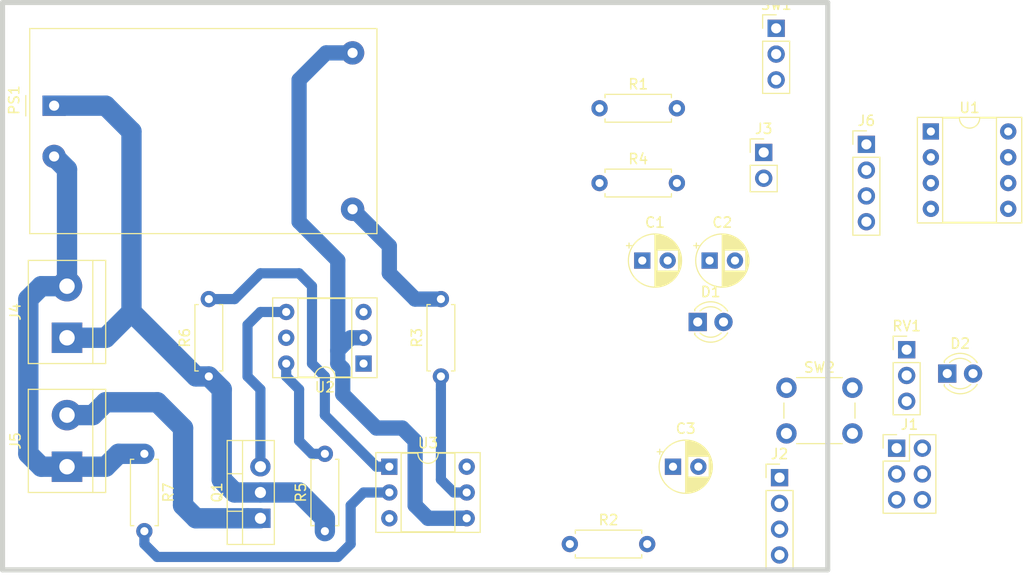
<source format=kicad_pcb>
(kicad_pcb (version 20171130) (host pcbnew 5.1.6)

  (general
    (thickness 1.6)
    (drawings 4)
    (tracks 83)
    (zones 0)
    (modules 26)
    (nets 27)
  )

  (page A4)
  (title_block
    (title "Dimmer Digital c/ ATtiny13A")
    (date 2020-07-11)
    (rev 0)
    (company "CEFET/RJ - Laboratório de Inovações Tecnológicas")
    (comment 1 <igorkelvin@gmail.com>)
    (comment 2 "Igor Kelvin")
  )

  (layers
    (0 F.Cu signal)
    (31 B.Cu signal)
    (32 B.Adhes user)
    (33 F.Adhes user)
    (34 B.Paste user)
    (35 F.Paste user)
    (36 B.SilkS user)
    (37 F.SilkS user hide)
    (38 B.Mask user)
    (39 F.Mask user)
    (40 Dwgs.User user)
    (41 Cmts.User user)
    (42 Eco1.User user)
    (43 Eco2.User user)
    (44 Edge.Cuts user)
    (45 Margin user)
    (46 B.CrtYd user)
    (47 F.CrtYd user)
    (48 B.Fab user)
    (49 F.Fab user)
  )

  (setup
    (last_trace_width 0.25)
    (trace_clearance 0.2)
    (zone_clearance 0.508)
    (zone_45_only no)
    (trace_min 0.2)
    (via_size 0.8)
    (via_drill 0.4)
    (via_min_size 0.4)
    (via_min_drill 0.3)
    (uvia_size 0.3)
    (uvia_drill 0.1)
    (uvias_allowed no)
    (uvia_min_size 0.2)
    (uvia_min_drill 0.1)
    (edge_width 0.05)
    (segment_width 0.2)
    (pcb_text_width 0.3)
    (pcb_text_size 1.5 1.5)
    (mod_edge_width 0.12)
    (mod_text_size 1 1)
    (mod_text_width 0.15)
    (pad_size 1.524 1.524)
    (pad_drill 0.762)
    (pad_to_mask_clearance 0.05)
    (aux_axis_origin 0 0)
    (visible_elements FFFFFF7F)
    (pcbplotparams
      (layerselection 0x010fc_ffffffff)
      (usegerberextensions false)
      (usegerberattributes true)
      (usegerberadvancedattributes true)
      (creategerberjobfile true)
      (excludeedgelayer true)
      (linewidth 0.100000)
      (plotframeref false)
      (viasonmask false)
      (mode 1)
      (useauxorigin false)
      (hpglpennumber 1)
      (hpglpenspeed 20)
      (hpglpendiameter 15.000000)
      (psnegative false)
      (psa4output false)
      (plotreference true)
      (plotvalue true)
      (plotinvisibletext false)
      (padsonsilk false)
      (subtractmaskfromsilk false)
      (outputformat 1)
      (mirror false)
      (drillshape 1)
      (scaleselection 1)
      (outputdirectory ""))
  )

  (net 0 "")
  (net 1 "Net-(C1-Pad1)")
  (net 2 GND)
  (net 3 "Net-(C2-Pad1)")
  (net 4 +5V)
  (net 5 "Net-(D1-Pad1)")
  (net 6 "Net-(D1-Pad2)")
  (net 7 "Net-(D2-Pad2)")
  (net 8 CROSSOVER)
  (net 9 UNDEFINED1)
  (net 10 PHASE_CONTROL)
  (net 11 RESET)
  (net 12 SPEED_EXTERNAL)
  (net 13 UNDEFINED2)
  (net 14 AC1)
  (net 15 AC2)
  (net 16 LOAD2)
  (net 17 "Net-(Q1-Pad3)")
  (net 18 "Net-(R5-Pad2)")
  (net 19 "Net-(R6-Pad2)")
  (net 20 "Net-(R7-Pad2)")
  (net 21 "Net-(RV1-Pad2)")
  (net 22 SPEED_POT)
  (net 23 "Net-(U2-Pad3)")
  (net 24 "Net-(U2-Pad5)")
  (net 25 "Net-(U3-Pad3)")
  (net 26 "Net-(U3-Pad6)")

  (net_class Default "This is the default net class."
    (clearance 0.2)
    (trace_width 0.25)
    (via_dia 0.8)
    (via_drill 0.4)
    (uvia_dia 0.3)
    (uvia_drill 0.1)
  )

  (net_class PWR_AC ""
    (clearance 0.5)
    (trace_width 2)
    (via_dia 1.2)
    (via_drill 1)
    (uvia_dia 0.3)
    (uvia_drill 0.1)
    (add_net AC1)
    (add_net AC2)
    (add_net LOAD2)
  )

  (net_class PWR_DC ""
    (clearance 0.5)
    (trace_width 1.5)
    (via_dia 1.2)
    (via_drill 1)
    (uvia_dia 0.3)
    (uvia_drill 0.1)
    (add_net +5V)
    (add_net GND)
    (add_net PHASE_CONTROL)
  )

  (net_class Signals ""
    (clearance 0.5)
    (trace_width 1)
    (via_dia 1.2)
    (via_drill 1)
    (uvia_dia 0.3)
    (uvia_drill 0.1)
    (add_net CROSSOVER)
    (add_net "Net-(C1-Pad1)")
    (add_net "Net-(C2-Pad1)")
    (add_net "Net-(D1-Pad1)")
    (add_net "Net-(D1-Pad2)")
    (add_net "Net-(D2-Pad2)")
    (add_net "Net-(Q1-Pad3)")
    (add_net "Net-(R5-Pad2)")
    (add_net "Net-(R6-Pad2)")
    (add_net "Net-(R7-Pad2)")
    (add_net "Net-(RV1-Pad2)")
    (add_net "Net-(U2-Pad3)")
    (add_net "Net-(U2-Pad5)")
    (add_net "Net-(U3-Pad3)")
    (add_net "Net-(U3-Pad6)")
    (add_net RESET)
    (add_net SPEED_EXTERNAL)
    (add_net SPEED_POT)
    (add_net UNDEFINED1)
    (add_net UNDEFINED2)
  )

  (module Connector_PinHeader_2.54mm:PinHeader_1x02_P2.54mm_Vertical (layer F.Cu) (tedit 59FED5CC) (tstamp 5F0AA454)
    (at 125.775001 40.165001)
    (descr "Through hole straight pin header, 1x02, 2.54mm pitch, single row")
    (tags "Through hole pin header THT 1x02 2.54mm single row")
    (path /5F4FCC11)
    (fp_text reference J3 (at 0 -2.33) (layer F.SilkS)
      (effects (font (size 1 1) (thickness 0.15)))
    )
    (fp_text value CONNECTOR_SPEED (at 0 4.87) (layer F.Fab)
      (effects (font (size 1 1) (thickness 0.15)))
    )
    (fp_line (start 1.8 -1.8) (end -1.8 -1.8) (layer F.CrtYd) (width 0.05))
    (fp_line (start 1.8 4.35) (end 1.8 -1.8) (layer F.CrtYd) (width 0.05))
    (fp_line (start -1.8 4.35) (end 1.8 4.35) (layer F.CrtYd) (width 0.05))
    (fp_line (start -1.8 -1.8) (end -1.8 4.35) (layer F.CrtYd) (width 0.05))
    (fp_line (start -1.33 -1.33) (end 0 -1.33) (layer F.SilkS) (width 0.12))
    (fp_line (start -1.33 0) (end -1.33 -1.33) (layer F.SilkS) (width 0.12))
    (fp_line (start -1.33 1.27) (end 1.33 1.27) (layer F.SilkS) (width 0.12))
    (fp_line (start 1.33 1.27) (end 1.33 3.87) (layer F.SilkS) (width 0.12))
    (fp_line (start -1.33 1.27) (end -1.33 3.87) (layer F.SilkS) (width 0.12))
    (fp_line (start -1.33 3.87) (end 1.33 3.87) (layer F.SilkS) (width 0.12))
    (fp_line (start -1.27 -0.635) (end -0.635 -1.27) (layer F.Fab) (width 0.1))
    (fp_line (start -1.27 3.81) (end -1.27 -0.635) (layer F.Fab) (width 0.1))
    (fp_line (start 1.27 3.81) (end -1.27 3.81) (layer F.Fab) (width 0.1))
    (fp_line (start 1.27 -1.27) (end 1.27 3.81) (layer F.Fab) (width 0.1))
    (fp_line (start -0.635 -1.27) (end 1.27 -1.27) (layer F.Fab) (width 0.1))
    (fp_text user %R (at 0 1.27 90) (layer F.Fab)
      (effects (font (size 1 1) (thickness 0.15)))
    )
    (pad 2 thru_hole oval (at 0 2.54) (size 1.7 1.7) (drill 1) (layers *.Cu *.Mask)
      (net 2 GND))
    (pad 1 thru_hole rect (at 0 0) (size 1.7 1.7) (drill 1) (layers *.Cu *.Mask)
      (net 12 SPEED_EXTERNAL))
    (model ${KISYS3DMOD}/Connector_PinHeader_2.54mm.3dshapes/PinHeader_1x02_P2.54mm_Vertical.wrl
      (at (xyz 0 0 0))
      (scale (xyz 1 1 1))
      (rotate (xyz 0 0 0))
    )
  )

  (module Resistor_THT:R_Axial_DIN0207_L6.3mm_D2.5mm_P7.62mm_Horizontal (layer F.Cu) (tedit 5AE5139B) (tstamp 5F0AA4C8)
    (at 109.605001 35.815001)
    (descr "Resistor, Axial_DIN0207 series, Axial, Horizontal, pin pitch=7.62mm, 0.25W = 1/4W, length*diameter=6.3*2.5mm^2, http://cdn-reichelt.de/documents/datenblatt/B400/1_4W%23YAG.pdf")
    (tags "Resistor Axial_DIN0207 series Axial Horizontal pin pitch 7.62mm 0.25W = 1/4W length 6.3mm diameter 2.5mm")
    (path /5F4B1A0D)
    (fp_text reference R1 (at 3.81 -2.37) (layer F.SilkS)
      (effects (font (size 1 1) (thickness 0.15)))
    )
    (fp_text value 1kΩ (at 3.81 2.37) (layer F.Fab)
      (effects (font (size 1 1) (thickness 0.15)))
    )
    (fp_line (start 0.66 -1.25) (end 0.66 1.25) (layer F.Fab) (width 0.1))
    (fp_line (start 0.66 1.25) (end 6.96 1.25) (layer F.Fab) (width 0.1))
    (fp_line (start 6.96 1.25) (end 6.96 -1.25) (layer F.Fab) (width 0.1))
    (fp_line (start 6.96 -1.25) (end 0.66 -1.25) (layer F.Fab) (width 0.1))
    (fp_line (start 0 0) (end 0.66 0) (layer F.Fab) (width 0.1))
    (fp_line (start 7.62 0) (end 6.96 0) (layer F.Fab) (width 0.1))
    (fp_line (start 0.54 -1.04) (end 0.54 -1.37) (layer F.SilkS) (width 0.12))
    (fp_line (start 0.54 -1.37) (end 7.08 -1.37) (layer F.SilkS) (width 0.12))
    (fp_line (start 7.08 -1.37) (end 7.08 -1.04) (layer F.SilkS) (width 0.12))
    (fp_line (start 0.54 1.04) (end 0.54 1.37) (layer F.SilkS) (width 0.12))
    (fp_line (start 0.54 1.37) (end 7.08 1.37) (layer F.SilkS) (width 0.12))
    (fp_line (start 7.08 1.37) (end 7.08 1.04) (layer F.SilkS) (width 0.12))
    (fp_line (start -1.05 -1.5) (end -1.05 1.5) (layer F.CrtYd) (width 0.05))
    (fp_line (start -1.05 1.5) (end 8.67 1.5) (layer F.CrtYd) (width 0.05))
    (fp_line (start 8.67 1.5) (end 8.67 -1.5) (layer F.CrtYd) (width 0.05))
    (fp_line (start 8.67 -1.5) (end -1.05 -1.5) (layer F.CrtYd) (width 0.05))
    (fp_text user %R (at 3.81 0) (layer F.Fab)
      (effects (font (size 1 1) (thickness 0.15)))
    )
    (pad 1 thru_hole circle (at 0 0) (size 1.6 1.6) (drill 0.8) (layers *.Cu *.Mask)
      (net 12 SPEED_EXTERNAL))
    (pad 2 thru_hole oval (at 7.62 0) (size 1.6 1.6) (drill 0.8) (layers *.Cu *.Mask)
      (net 1 "Net-(C1-Pad1)"))
    (model ${KISYS3DMOD}/Resistor_THT.3dshapes/R_Axial_DIN0207_L6.3mm_D2.5mm_P7.62mm_Horizontal.wrl
      (at (xyz 0 0 0))
      (scale (xyz 1 1 1))
      (rotate (xyz 0 0 0))
    )
  )

  (module Connector_PinHeader_2.54mm:PinHeader_1x04_P2.54mm_Vertical (layer F.Cu) (tedit 59FED5CC) (tstamp 5F0AB7CA)
    (at 127.335001 72.195001)
    (descr "Through hole straight pin header, 1x04, 2.54mm pitch, single row")
    (tags "Through hole pin header THT 1x04 2.54mm single row")
    (path /5FD1096F)
    (fp_text reference J2 (at 0 -2.33) (layer F.SilkS)
      (effects (font (size 1 1) (thickness 0.15)))
    )
    (fp_text value CONECTOR_LEFT (at 0 9.95) (layer F.Fab)
      (effects (font (size 1 1) (thickness 0.15)))
    )
    (fp_line (start 1.8 -1.8) (end -1.8 -1.8) (layer F.CrtYd) (width 0.05))
    (fp_line (start 1.8 9.4) (end 1.8 -1.8) (layer F.CrtYd) (width 0.05))
    (fp_line (start -1.8 9.4) (end 1.8 9.4) (layer F.CrtYd) (width 0.05))
    (fp_line (start -1.8 -1.8) (end -1.8 9.4) (layer F.CrtYd) (width 0.05))
    (fp_line (start -1.33 -1.33) (end 0 -1.33) (layer F.SilkS) (width 0.12))
    (fp_line (start -1.33 0) (end -1.33 -1.33) (layer F.SilkS) (width 0.12))
    (fp_line (start -1.33 1.27) (end 1.33 1.27) (layer F.SilkS) (width 0.12))
    (fp_line (start 1.33 1.27) (end 1.33 8.95) (layer F.SilkS) (width 0.12))
    (fp_line (start -1.33 1.27) (end -1.33 8.95) (layer F.SilkS) (width 0.12))
    (fp_line (start -1.33 8.95) (end 1.33 8.95) (layer F.SilkS) (width 0.12))
    (fp_line (start -1.27 -0.635) (end -0.635 -1.27) (layer F.Fab) (width 0.1))
    (fp_line (start -1.27 8.89) (end -1.27 -0.635) (layer F.Fab) (width 0.1))
    (fp_line (start 1.27 8.89) (end -1.27 8.89) (layer F.Fab) (width 0.1))
    (fp_line (start 1.27 -1.27) (end 1.27 8.89) (layer F.Fab) (width 0.1))
    (fp_line (start -0.635 -1.27) (end 1.27 -1.27) (layer F.Fab) (width 0.1))
    (fp_text user %R (at 0 3.81 90) (layer F.Fab)
      (effects (font (size 1 1) (thickness 0.15)))
    )
    (pad 4 thru_hole oval (at 0 7.62) (size 1.7 1.7) (drill 1) (layers *.Cu *.Mask)
      (net 2 GND))
    (pad 3 thru_hole oval (at 0 5.08) (size 1.7 1.7) (drill 1) (layers *.Cu *.Mask)
      (net 22 SPEED_POT))
    (pad 2 thru_hole oval (at 0 2.54) (size 1.7 1.7) (drill 1) (layers *.Cu *.Mask)
      (net 13 UNDEFINED2))
    (pad 1 thru_hole rect (at 0 0) (size 1.7 1.7) (drill 1) (layers *.Cu *.Mask)
      (net 11 RESET))
    (model ${KISYS3DMOD}/Connector_PinHeader_2.54mm.3dshapes/PinHeader_1x04_P2.54mm_Vertical.wrl
      (at (xyz 0 0 0))
      (scale (xyz 1 1 1))
      (rotate (xyz 0 0 0))
    )
  )

  (module Connector_PinHeader_2.54mm:PinHeader_1x04_P2.54mm_Vertical (layer F.Cu) (tedit 59FED5CC) (tstamp 5F0AE259)
    (at 135.89 39.37)
    (descr "Through hole straight pin header, 1x04, 2.54mm pitch, single row")
    (tags "Through hole pin header THT 1x04 2.54mm single row")
    (path /5F710C46)
    (fp_text reference J6 (at 0 -2.33) (layer F.SilkS)
      (effects (font (size 1 1) (thickness 0.15)))
    )
    (fp_text value CONECTOR_RIGHT (at 0 9.95) (layer F.Fab)
      (effects (font (size 1 1) (thickness 0.15)))
    )
    (fp_line (start 1.8 -1.8) (end -1.8 -1.8) (layer F.CrtYd) (width 0.05))
    (fp_line (start 1.8 9.4) (end 1.8 -1.8) (layer F.CrtYd) (width 0.05))
    (fp_line (start -1.8 9.4) (end 1.8 9.4) (layer F.CrtYd) (width 0.05))
    (fp_line (start -1.8 -1.8) (end -1.8 9.4) (layer F.CrtYd) (width 0.05))
    (fp_line (start -1.33 -1.33) (end 0 -1.33) (layer F.SilkS) (width 0.12))
    (fp_line (start -1.33 0) (end -1.33 -1.33) (layer F.SilkS) (width 0.12))
    (fp_line (start -1.33 1.27) (end 1.33 1.27) (layer F.SilkS) (width 0.12))
    (fp_line (start 1.33 1.27) (end 1.33 8.95) (layer F.SilkS) (width 0.12))
    (fp_line (start -1.33 1.27) (end -1.33 8.95) (layer F.SilkS) (width 0.12))
    (fp_line (start -1.33 8.95) (end 1.33 8.95) (layer F.SilkS) (width 0.12))
    (fp_line (start -1.27 -0.635) (end -0.635 -1.27) (layer F.Fab) (width 0.1))
    (fp_line (start -1.27 8.89) (end -1.27 -0.635) (layer F.Fab) (width 0.1))
    (fp_line (start 1.27 8.89) (end -1.27 8.89) (layer F.Fab) (width 0.1))
    (fp_line (start 1.27 -1.27) (end 1.27 8.89) (layer F.Fab) (width 0.1))
    (fp_line (start -0.635 -1.27) (end 1.27 -1.27) (layer F.Fab) (width 0.1))
    (fp_text user %R (at 0 3.81 90) (layer F.Fab)
      (effects (font (size 1 1) (thickness 0.15)))
    )
    (pad 4 thru_hole oval (at 0 7.62) (size 1.7 1.7) (drill 1) (layers *.Cu *.Mask)
      (net 10 PHASE_CONTROL))
    (pad 3 thru_hole oval (at 0 5.08) (size 1.7 1.7) (drill 1) (layers *.Cu *.Mask)
      (net 8 CROSSOVER))
    (pad 2 thru_hole oval (at 0 2.54) (size 1.7 1.7) (drill 1) (layers *.Cu *.Mask)
      (net 9 UNDEFINED1))
    (pad 1 thru_hole rect (at 0 0) (size 1.7 1.7) (drill 1) (layers *.Cu *.Mask)
      (net 4 +5V))
    (model ${KISYS3DMOD}/Connector_PinHeader_2.54mm.3dshapes/PinHeader_1x04_P2.54mm_Vertical.wrl
      (at (xyz 0 0 0))
      (scale (xyz 1 1 1))
      (rotate (xyz 0 0 0))
    )
  )

  (module Capacitor_THT:CP_Radial_D5.0mm_P2.50mm (layer F.Cu) (tedit 5AE50EF0) (tstamp 5F0AA2DE)
    (at 113.814776 50.815001)
    (descr "CP, Radial series, Radial, pin pitch=2.50mm, , diameter=5mm, Electrolytic Capacitor")
    (tags "CP Radial series Radial pin pitch 2.50mm  diameter 5mm Electrolytic Capacitor")
    (path /5F4B5375)
    (fp_text reference C1 (at 1.25 -3.75) (layer F.SilkS)
      (effects (font (size 1 1) (thickness 0.15)))
    )
    (fp_text value 10µF (at 1.25 3.75) (layer F.Fab)
      (effects (font (size 1 1) (thickness 0.15)))
    )
    (fp_text user %R (at 1.25 0) (layer F.Fab)
      (effects (font (size 1 1) (thickness 0.15)))
    )
    (fp_line (start -1.304775 -1.725) (end -1.304775 -1.225) (layer F.SilkS) (width 0.12))
    (fp_line (start -1.554775 -1.475) (end -1.054775 -1.475) (layer F.SilkS) (width 0.12))
    (fp_line (start 3.851 -0.284) (end 3.851 0.284) (layer F.SilkS) (width 0.12))
    (fp_line (start 3.811 -0.518) (end 3.811 0.518) (layer F.SilkS) (width 0.12))
    (fp_line (start 3.771 -0.677) (end 3.771 0.677) (layer F.SilkS) (width 0.12))
    (fp_line (start 3.731 -0.805) (end 3.731 0.805) (layer F.SilkS) (width 0.12))
    (fp_line (start 3.691 -0.915) (end 3.691 0.915) (layer F.SilkS) (width 0.12))
    (fp_line (start 3.651 -1.011) (end 3.651 1.011) (layer F.SilkS) (width 0.12))
    (fp_line (start 3.611 -1.098) (end 3.611 1.098) (layer F.SilkS) (width 0.12))
    (fp_line (start 3.571 -1.178) (end 3.571 1.178) (layer F.SilkS) (width 0.12))
    (fp_line (start 3.531 1.04) (end 3.531 1.251) (layer F.SilkS) (width 0.12))
    (fp_line (start 3.531 -1.251) (end 3.531 -1.04) (layer F.SilkS) (width 0.12))
    (fp_line (start 3.491 1.04) (end 3.491 1.319) (layer F.SilkS) (width 0.12))
    (fp_line (start 3.491 -1.319) (end 3.491 -1.04) (layer F.SilkS) (width 0.12))
    (fp_line (start 3.451 1.04) (end 3.451 1.383) (layer F.SilkS) (width 0.12))
    (fp_line (start 3.451 -1.383) (end 3.451 -1.04) (layer F.SilkS) (width 0.12))
    (fp_line (start 3.411 1.04) (end 3.411 1.443) (layer F.SilkS) (width 0.12))
    (fp_line (start 3.411 -1.443) (end 3.411 -1.04) (layer F.SilkS) (width 0.12))
    (fp_line (start 3.371 1.04) (end 3.371 1.5) (layer F.SilkS) (width 0.12))
    (fp_line (start 3.371 -1.5) (end 3.371 -1.04) (layer F.SilkS) (width 0.12))
    (fp_line (start 3.331 1.04) (end 3.331 1.554) (layer F.SilkS) (width 0.12))
    (fp_line (start 3.331 -1.554) (end 3.331 -1.04) (layer F.SilkS) (width 0.12))
    (fp_line (start 3.291 1.04) (end 3.291 1.605) (layer F.SilkS) (width 0.12))
    (fp_line (start 3.291 -1.605) (end 3.291 -1.04) (layer F.SilkS) (width 0.12))
    (fp_line (start 3.251 1.04) (end 3.251 1.653) (layer F.SilkS) (width 0.12))
    (fp_line (start 3.251 -1.653) (end 3.251 -1.04) (layer F.SilkS) (width 0.12))
    (fp_line (start 3.211 1.04) (end 3.211 1.699) (layer F.SilkS) (width 0.12))
    (fp_line (start 3.211 -1.699) (end 3.211 -1.04) (layer F.SilkS) (width 0.12))
    (fp_line (start 3.171 1.04) (end 3.171 1.743) (layer F.SilkS) (width 0.12))
    (fp_line (start 3.171 -1.743) (end 3.171 -1.04) (layer F.SilkS) (width 0.12))
    (fp_line (start 3.131 1.04) (end 3.131 1.785) (layer F.SilkS) (width 0.12))
    (fp_line (start 3.131 -1.785) (end 3.131 -1.04) (layer F.SilkS) (width 0.12))
    (fp_line (start 3.091 1.04) (end 3.091 1.826) (layer F.SilkS) (width 0.12))
    (fp_line (start 3.091 -1.826) (end 3.091 -1.04) (layer F.SilkS) (width 0.12))
    (fp_line (start 3.051 1.04) (end 3.051 1.864) (layer F.SilkS) (width 0.12))
    (fp_line (start 3.051 -1.864) (end 3.051 -1.04) (layer F.SilkS) (width 0.12))
    (fp_line (start 3.011 1.04) (end 3.011 1.901) (layer F.SilkS) (width 0.12))
    (fp_line (start 3.011 -1.901) (end 3.011 -1.04) (layer F.SilkS) (width 0.12))
    (fp_line (start 2.971 1.04) (end 2.971 1.937) (layer F.SilkS) (width 0.12))
    (fp_line (start 2.971 -1.937) (end 2.971 -1.04) (layer F.SilkS) (width 0.12))
    (fp_line (start 2.931 1.04) (end 2.931 1.971) (layer F.SilkS) (width 0.12))
    (fp_line (start 2.931 -1.971) (end 2.931 -1.04) (layer F.SilkS) (width 0.12))
    (fp_line (start 2.891 1.04) (end 2.891 2.004) (layer F.SilkS) (width 0.12))
    (fp_line (start 2.891 -2.004) (end 2.891 -1.04) (layer F.SilkS) (width 0.12))
    (fp_line (start 2.851 1.04) (end 2.851 2.035) (layer F.SilkS) (width 0.12))
    (fp_line (start 2.851 -2.035) (end 2.851 -1.04) (layer F.SilkS) (width 0.12))
    (fp_line (start 2.811 1.04) (end 2.811 2.065) (layer F.SilkS) (width 0.12))
    (fp_line (start 2.811 -2.065) (end 2.811 -1.04) (layer F.SilkS) (width 0.12))
    (fp_line (start 2.771 1.04) (end 2.771 2.095) (layer F.SilkS) (width 0.12))
    (fp_line (start 2.771 -2.095) (end 2.771 -1.04) (layer F.SilkS) (width 0.12))
    (fp_line (start 2.731 1.04) (end 2.731 2.122) (layer F.SilkS) (width 0.12))
    (fp_line (start 2.731 -2.122) (end 2.731 -1.04) (layer F.SilkS) (width 0.12))
    (fp_line (start 2.691 1.04) (end 2.691 2.149) (layer F.SilkS) (width 0.12))
    (fp_line (start 2.691 -2.149) (end 2.691 -1.04) (layer F.SilkS) (width 0.12))
    (fp_line (start 2.651 1.04) (end 2.651 2.175) (layer F.SilkS) (width 0.12))
    (fp_line (start 2.651 -2.175) (end 2.651 -1.04) (layer F.SilkS) (width 0.12))
    (fp_line (start 2.611 1.04) (end 2.611 2.2) (layer F.SilkS) (width 0.12))
    (fp_line (start 2.611 -2.2) (end 2.611 -1.04) (layer F.SilkS) (width 0.12))
    (fp_line (start 2.571 1.04) (end 2.571 2.224) (layer F.SilkS) (width 0.12))
    (fp_line (start 2.571 -2.224) (end 2.571 -1.04) (layer F.SilkS) (width 0.12))
    (fp_line (start 2.531 1.04) (end 2.531 2.247) (layer F.SilkS) (width 0.12))
    (fp_line (start 2.531 -2.247) (end 2.531 -1.04) (layer F.SilkS) (width 0.12))
    (fp_line (start 2.491 1.04) (end 2.491 2.268) (layer F.SilkS) (width 0.12))
    (fp_line (start 2.491 -2.268) (end 2.491 -1.04) (layer F.SilkS) (width 0.12))
    (fp_line (start 2.451 1.04) (end 2.451 2.29) (layer F.SilkS) (width 0.12))
    (fp_line (start 2.451 -2.29) (end 2.451 -1.04) (layer F.SilkS) (width 0.12))
    (fp_line (start 2.411 1.04) (end 2.411 2.31) (layer F.SilkS) (width 0.12))
    (fp_line (start 2.411 -2.31) (end 2.411 -1.04) (layer F.SilkS) (width 0.12))
    (fp_line (start 2.371 1.04) (end 2.371 2.329) (layer F.SilkS) (width 0.12))
    (fp_line (start 2.371 -2.329) (end 2.371 -1.04) (layer F.SilkS) (width 0.12))
    (fp_line (start 2.331 1.04) (end 2.331 2.348) (layer F.SilkS) (width 0.12))
    (fp_line (start 2.331 -2.348) (end 2.331 -1.04) (layer F.SilkS) (width 0.12))
    (fp_line (start 2.291 1.04) (end 2.291 2.365) (layer F.SilkS) (width 0.12))
    (fp_line (start 2.291 -2.365) (end 2.291 -1.04) (layer F.SilkS) (width 0.12))
    (fp_line (start 2.251 1.04) (end 2.251 2.382) (layer F.SilkS) (width 0.12))
    (fp_line (start 2.251 -2.382) (end 2.251 -1.04) (layer F.SilkS) (width 0.12))
    (fp_line (start 2.211 1.04) (end 2.211 2.398) (layer F.SilkS) (width 0.12))
    (fp_line (start 2.211 -2.398) (end 2.211 -1.04) (layer F.SilkS) (width 0.12))
    (fp_line (start 2.171 1.04) (end 2.171 2.414) (layer F.SilkS) (width 0.12))
    (fp_line (start 2.171 -2.414) (end 2.171 -1.04) (layer F.SilkS) (width 0.12))
    (fp_line (start 2.131 1.04) (end 2.131 2.428) (layer F.SilkS) (width 0.12))
    (fp_line (start 2.131 -2.428) (end 2.131 -1.04) (layer F.SilkS) (width 0.12))
    (fp_line (start 2.091 1.04) (end 2.091 2.442) (layer F.SilkS) (width 0.12))
    (fp_line (start 2.091 -2.442) (end 2.091 -1.04) (layer F.SilkS) (width 0.12))
    (fp_line (start 2.051 1.04) (end 2.051 2.455) (layer F.SilkS) (width 0.12))
    (fp_line (start 2.051 -2.455) (end 2.051 -1.04) (layer F.SilkS) (width 0.12))
    (fp_line (start 2.011 1.04) (end 2.011 2.468) (layer F.SilkS) (width 0.12))
    (fp_line (start 2.011 -2.468) (end 2.011 -1.04) (layer F.SilkS) (width 0.12))
    (fp_line (start 1.971 1.04) (end 1.971 2.48) (layer F.SilkS) (width 0.12))
    (fp_line (start 1.971 -2.48) (end 1.971 -1.04) (layer F.SilkS) (width 0.12))
    (fp_line (start 1.93 1.04) (end 1.93 2.491) (layer F.SilkS) (width 0.12))
    (fp_line (start 1.93 -2.491) (end 1.93 -1.04) (layer F.SilkS) (width 0.12))
    (fp_line (start 1.89 1.04) (end 1.89 2.501) (layer F.SilkS) (width 0.12))
    (fp_line (start 1.89 -2.501) (end 1.89 -1.04) (layer F.SilkS) (width 0.12))
    (fp_line (start 1.85 1.04) (end 1.85 2.511) (layer F.SilkS) (width 0.12))
    (fp_line (start 1.85 -2.511) (end 1.85 -1.04) (layer F.SilkS) (width 0.12))
    (fp_line (start 1.81 1.04) (end 1.81 2.52) (layer F.SilkS) (width 0.12))
    (fp_line (start 1.81 -2.52) (end 1.81 -1.04) (layer F.SilkS) (width 0.12))
    (fp_line (start 1.77 1.04) (end 1.77 2.528) (layer F.SilkS) (width 0.12))
    (fp_line (start 1.77 -2.528) (end 1.77 -1.04) (layer F.SilkS) (width 0.12))
    (fp_line (start 1.73 1.04) (end 1.73 2.536) (layer F.SilkS) (width 0.12))
    (fp_line (start 1.73 -2.536) (end 1.73 -1.04) (layer F.SilkS) (width 0.12))
    (fp_line (start 1.69 1.04) (end 1.69 2.543) (layer F.SilkS) (width 0.12))
    (fp_line (start 1.69 -2.543) (end 1.69 -1.04) (layer F.SilkS) (width 0.12))
    (fp_line (start 1.65 1.04) (end 1.65 2.55) (layer F.SilkS) (width 0.12))
    (fp_line (start 1.65 -2.55) (end 1.65 -1.04) (layer F.SilkS) (width 0.12))
    (fp_line (start 1.61 1.04) (end 1.61 2.556) (layer F.SilkS) (width 0.12))
    (fp_line (start 1.61 -2.556) (end 1.61 -1.04) (layer F.SilkS) (width 0.12))
    (fp_line (start 1.57 1.04) (end 1.57 2.561) (layer F.SilkS) (width 0.12))
    (fp_line (start 1.57 -2.561) (end 1.57 -1.04) (layer F.SilkS) (width 0.12))
    (fp_line (start 1.53 1.04) (end 1.53 2.565) (layer F.SilkS) (width 0.12))
    (fp_line (start 1.53 -2.565) (end 1.53 -1.04) (layer F.SilkS) (width 0.12))
    (fp_line (start 1.49 1.04) (end 1.49 2.569) (layer F.SilkS) (width 0.12))
    (fp_line (start 1.49 -2.569) (end 1.49 -1.04) (layer F.SilkS) (width 0.12))
    (fp_line (start 1.45 -2.573) (end 1.45 2.573) (layer F.SilkS) (width 0.12))
    (fp_line (start 1.41 -2.576) (end 1.41 2.576) (layer F.SilkS) (width 0.12))
    (fp_line (start 1.37 -2.578) (end 1.37 2.578) (layer F.SilkS) (width 0.12))
    (fp_line (start 1.33 -2.579) (end 1.33 2.579) (layer F.SilkS) (width 0.12))
    (fp_line (start 1.29 -2.58) (end 1.29 2.58) (layer F.SilkS) (width 0.12))
    (fp_line (start 1.25 -2.58) (end 1.25 2.58) (layer F.SilkS) (width 0.12))
    (fp_line (start -0.633605 -1.3375) (end -0.633605 -0.8375) (layer F.Fab) (width 0.1))
    (fp_line (start -0.883605 -1.0875) (end -0.383605 -1.0875) (layer F.Fab) (width 0.1))
    (fp_circle (center 1.25 0) (end 4 0) (layer F.CrtYd) (width 0.05))
    (fp_circle (center 1.25 0) (end 3.87 0) (layer F.SilkS) (width 0.12))
    (fp_circle (center 1.25 0) (end 3.75 0) (layer F.Fab) (width 0.1))
    (pad 2 thru_hole circle (at 2.5 0) (size 1.6 1.6) (drill 0.8) (layers *.Cu *.Mask)
      (net 2 GND))
    (pad 1 thru_hole rect (at 0 0) (size 1.6 1.6) (drill 0.8) (layers *.Cu *.Mask)
      (net 1 "Net-(C1-Pad1)"))
    (model ${KISYS3DMOD}/Capacitor_THT.3dshapes/CP_Radial_D5.0mm_P2.50mm.wrl
      (at (xyz 0 0 0))
      (scale (xyz 1 1 1))
      (rotate (xyz 0 0 0))
    )
  )

  (module Capacitor_THT:CP_Radial_D5.0mm_P2.50mm (layer F.Cu) (tedit 5AE50EF0) (tstamp 5F0AA362)
    (at 120.444776 50.815001)
    (descr "CP, Radial series, Radial, pin pitch=2.50mm, , diameter=5mm, Electrolytic Capacitor")
    (tags "CP Radial series Radial pin pitch 2.50mm  diameter 5mm Electrolytic Capacitor")
    (path /5FBE2C59)
    (fp_text reference C2 (at 1.25 -3.75) (layer F.SilkS)
      (effects (font (size 1 1) (thickness 0.15)))
    )
    (fp_text value 10µF (at 1.25 3.75) (layer F.Fab)
      (effects (font (size 1 1) (thickness 0.15)))
    )
    (fp_circle (center 1.25 0) (end 3.75 0) (layer F.Fab) (width 0.1))
    (fp_circle (center 1.25 0) (end 3.87 0) (layer F.SilkS) (width 0.12))
    (fp_circle (center 1.25 0) (end 4 0) (layer F.CrtYd) (width 0.05))
    (fp_line (start -0.883605 -1.0875) (end -0.383605 -1.0875) (layer F.Fab) (width 0.1))
    (fp_line (start -0.633605 -1.3375) (end -0.633605 -0.8375) (layer F.Fab) (width 0.1))
    (fp_line (start 1.25 -2.58) (end 1.25 2.58) (layer F.SilkS) (width 0.12))
    (fp_line (start 1.29 -2.58) (end 1.29 2.58) (layer F.SilkS) (width 0.12))
    (fp_line (start 1.33 -2.579) (end 1.33 2.579) (layer F.SilkS) (width 0.12))
    (fp_line (start 1.37 -2.578) (end 1.37 2.578) (layer F.SilkS) (width 0.12))
    (fp_line (start 1.41 -2.576) (end 1.41 2.576) (layer F.SilkS) (width 0.12))
    (fp_line (start 1.45 -2.573) (end 1.45 2.573) (layer F.SilkS) (width 0.12))
    (fp_line (start 1.49 -2.569) (end 1.49 -1.04) (layer F.SilkS) (width 0.12))
    (fp_line (start 1.49 1.04) (end 1.49 2.569) (layer F.SilkS) (width 0.12))
    (fp_line (start 1.53 -2.565) (end 1.53 -1.04) (layer F.SilkS) (width 0.12))
    (fp_line (start 1.53 1.04) (end 1.53 2.565) (layer F.SilkS) (width 0.12))
    (fp_line (start 1.57 -2.561) (end 1.57 -1.04) (layer F.SilkS) (width 0.12))
    (fp_line (start 1.57 1.04) (end 1.57 2.561) (layer F.SilkS) (width 0.12))
    (fp_line (start 1.61 -2.556) (end 1.61 -1.04) (layer F.SilkS) (width 0.12))
    (fp_line (start 1.61 1.04) (end 1.61 2.556) (layer F.SilkS) (width 0.12))
    (fp_line (start 1.65 -2.55) (end 1.65 -1.04) (layer F.SilkS) (width 0.12))
    (fp_line (start 1.65 1.04) (end 1.65 2.55) (layer F.SilkS) (width 0.12))
    (fp_line (start 1.69 -2.543) (end 1.69 -1.04) (layer F.SilkS) (width 0.12))
    (fp_line (start 1.69 1.04) (end 1.69 2.543) (layer F.SilkS) (width 0.12))
    (fp_line (start 1.73 -2.536) (end 1.73 -1.04) (layer F.SilkS) (width 0.12))
    (fp_line (start 1.73 1.04) (end 1.73 2.536) (layer F.SilkS) (width 0.12))
    (fp_line (start 1.77 -2.528) (end 1.77 -1.04) (layer F.SilkS) (width 0.12))
    (fp_line (start 1.77 1.04) (end 1.77 2.528) (layer F.SilkS) (width 0.12))
    (fp_line (start 1.81 -2.52) (end 1.81 -1.04) (layer F.SilkS) (width 0.12))
    (fp_line (start 1.81 1.04) (end 1.81 2.52) (layer F.SilkS) (width 0.12))
    (fp_line (start 1.85 -2.511) (end 1.85 -1.04) (layer F.SilkS) (width 0.12))
    (fp_line (start 1.85 1.04) (end 1.85 2.511) (layer F.SilkS) (width 0.12))
    (fp_line (start 1.89 -2.501) (end 1.89 -1.04) (layer F.SilkS) (width 0.12))
    (fp_line (start 1.89 1.04) (end 1.89 2.501) (layer F.SilkS) (width 0.12))
    (fp_line (start 1.93 -2.491) (end 1.93 -1.04) (layer F.SilkS) (width 0.12))
    (fp_line (start 1.93 1.04) (end 1.93 2.491) (layer F.SilkS) (width 0.12))
    (fp_line (start 1.971 -2.48) (end 1.971 -1.04) (layer F.SilkS) (width 0.12))
    (fp_line (start 1.971 1.04) (end 1.971 2.48) (layer F.SilkS) (width 0.12))
    (fp_line (start 2.011 -2.468) (end 2.011 -1.04) (layer F.SilkS) (width 0.12))
    (fp_line (start 2.011 1.04) (end 2.011 2.468) (layer F.SilkS) (width 0.12))
    (fp_line (start 2.051 -2.455) (end 2.051 -1.04) (layer F.SilkS) (width 0.12))
    (fp_line (start 2.051 1.04) (end 2.051 2.455) (layer F.SilkS) (width 0.12))
    (fp_line (start 2.091 -2.442) (end 2.091 -1.04) (layer F.SilkS) (width 0.12))
    (fp_line (start 2.091 1.04) (end 2.091 2.442) (layer F.SilkS) (width 0.12))
    (fp_line (start 2.131 -2.428) (end 2.131 -1.04) (layer F.SilkS) (width 0.12))
    (fp_line (start 2.131 1.04) (end 2.131 2.428) (layer F.SilkS) (width 0.12))
    (fp_line (start 2.171 -2.414) (end 2.171 -1.04) (layer F.SilkS) (width 0.12))
    (fp_line (start 2.171 1.04) (end 2.171 2.414) (layer F.SilkS) (width 0.12))
    (fp_line (start 2.211 -2.398) (end 2.211 -1.04) (layer F.SilkS) (width 0.12))
    (fp_line (start 2.211 1.04) (end 2.211 2.398) (layer F.SilkS) (width 0.12))
    (fp_line (start 2.251 -2.382) (end 2.251 -1.04) (layer F.SilkS) (width 0.12))
    (fp_line (start 2.251 1.04) (end 2.251 2.382) (layer F.SilkS) (width 0.12))
    (fp_line (start 2.291 -2.365) (end 2.291 -1.04) (layer F.SilkS) (width 0.12))
    (fp_line (start 2.291 1.04) (end 2.291 2.365) (layer F.SilkS) (width 0.12))
    (fp_line (start 2.331 -2.348) (end 2.331 -1.04) (layer F.SilkS) (width 0.12))
    (fp_line (start 2.331 1.04) (end 2.331 2.348) (layer F.SilkS) (width 0.12))
    (fp_line (start 2.371 -2.329) (end 2.371 -1.04) (layer F.SilkS) (width 0.12))
    (fp_line (start 2.371 1.04) (end 2.371 2.329) (layer F.SilkS) (width 0.12))
    (fp_line (start 2.411 -2.31) (end 2.411 -1.04) (layer F.SilkS) (width 0.12))
    (fp_line (start 2.411 1.04) (end 2.411 2.31) (layer F.SilkS) (width 0.12))
    (fp_line (start 2.451 -2.29) (end 2.451 -1.04) (layer F.SilkS) (width 0.12))
    (fp_line (start 2.451 1.04) (end 2.451 2.29) (layer F.SilkS) (width 0.12))
    (fp_line (start 2.491 -2.268) (end 2.491 -1.04) (layer F.SilkS) (width 0.12))
    (fp_line (start 2.491 1.04) (end 2.491 2.268) (layer F.SilkS) (width 0.12))
    (fp_line (start 2.531 -2.247) (end 2.531 -1.04) (layer F.SilkS) (width 0.12))
    (fp_line (start 2.531 1.04) (end 2.531 2.247) (layer F.SilkS) (width 0.12))
    (fp_line (start 2.571 -2.224) (end 2.571 -1.04) (layer F.SilkS) (width 0.12))
    (fp_line (start 2.571 1.04) (end 2.571 2.224) (layer F.SilkS) (width 0.12))
    (fp_line (start 2.611 -2.2) (end 2.611 -1.04) (layer F.SilkS) (width 0.12))
    (fp_line (start 2.611 1.04) (end 2.611 2.2) (layer F.SilkS) (width 0.12))
    (fp_line (start 2.651 -2.175) (end 2.651 -1.04) (layer F.SilkS) (width 0.12))
    (fp_line (start 2.651 1.04) (end 2.651 2.175) (layer F.SilkS) (width 0.12))
    (fp_line (start 2.691 -2.149) (end 2.691 -1.04) (layer F.SilkS) (width 0.12))
    (fp_line (start 2.691 1.04) (end 2.691 2.149) (layer F.SilkS) (width 0.12))
    (fp_line (start 2.731 -2.122) (end 2.731 -1.04) (layer F.SilkS) (width 0.12))
    (fp_line (start 2.731 1.04) (end 2.731 2.122) (layer F.SilkS) (width 0.12))
    (fp_line (start 2.771 -2.095) (end 2.771 -1.04) (layer F.SilkS) (width 0.12))
    (fp_line (start 2.771 1.04) (end 2.771 2.095) (layer F.SilkS) (width 0.12))
    (fp_line (start 2.811 -2.065) (end 2.811 -1.04) (layer F.SilkS) (width 0.12))
    (fp_line (start 2.811 1.04) (end 2.811 2.065) (layer F.SilkS) (width 0.12))
    (fp_line (start 2.851 -2.035) (end 2.851 -1.04) (layer F.SilkS) (width 0.12))
    (fp_line (start 2.851 1.04) (end 2.851 2.035) (layer F.SilkS) (width 0.12))
    (fp_line (start 2.891 -2.004) (end 2.891 -1.04) (layer F.SilkS) (width 0.12))
    (fp_line (start 2.891 1.04) (end 2.891 2.004) (layer F.SilkS) (width 0.12))
    (fp_line (start 2.931 -1.971) (end 2.931 -1.04) (layer F.SilkS) (width 0.12))
    (fp_line (start 2.931 1.04) (end 2.931 1.971) (layer F.SilkS) (width 0.12))
    (fp_line (start 2.971 -1.937) (end 2.971 -1.04) (layer F.SilkS) (width 0.12))
    (fp_line (start 2.971 1.04) (end 2.971 1.937) (layer F.SilkS) (width 0.12))
    (fp_line (start 3.011 -1.901) (end 3.011 -1.04) (layer F.SilkS) (width 0.12))
    (fp_line (start 3.011 1.04) (end 3.011 1.901) (layer F.SilkS) (width 0.12))
    (fp_line (start 3.051 -1.864) (end 3.051 -1.04) (layer F.SilkS) (width 0.12))
    (fp_line (start 3.051 1.04) (end 3.051 1.864) (layer F.SilkS) (width 0.12))
    (fp_line (start 3.091 -1.826) (end 3.091 -1.04) (layer F.SilkS) (width 0.12))
    (fp_line (start 3.091 1.04) (end 3.091 1.826) (layer F.SilkS) (width 0.12))
    (fp_line (start 3.131 -1.785) (end 3.131 -1.04) (layer F.SilkS) (width 0.12))
    (fp_line (start 3.131 1.04) (end 3.131 1.785) (layer F.SilkS) (width 0.12))
    (fp_line (start 3.171 -1.743) (end 3.171 -1.04) (layer F.SilkS) (width 0.12))
    (fp_line (start 3.171 1.04) (end 3.171 1.743) (layer F.SilkS) (width 0.12))
    (fp_line (start 3.211 -1.699) (end 3.211 -1.04) (layer F.SilkS) (width 0.12))
    (fp_line (start 3.211 1.04) (end 3.211 1.699) (layer F.SilkS) (width 0.12))
    (fp_line (start 3.251 -1.653) (end 3.251 -1.04) (layer F.SilkS) (width 0.12))
    (fp_line (start 3.251 1.04) (end 3.251 1.653) (layer F.SilkS) (width 0.12))
    (fp_line (start 3.291 -1.605) (end 3.291 -1.04) (layer F.SilkS) (width 0.12))
    (fp_line (start 3.291 1.04) (end 3.291 1.605) (layer F.SilkS) (width 0.12))
    (fp_line (start 3.331 -1.554) (end 3.331 -1.04) (layer F.SilkS) (width 0.12))
    (fp_line (start 3.331 1.04) (end 3.331 1.554) (layer F.SilkS) (width 0.12))
    (fp_line (start 3.371 -1.5) (end 3.371 -1.04) (layer F.SilkS) (width 0.12))
    (fp_line (start 3.371 1.04) (end 3.371 1.5) (layer F.SilkS) (width 0.12))
    (fp_line (start 3.411 -1.443) (end 3.411 -1.04) (layer F.SilkS) (width 0.12))
    (fp_line (start 3.411 1.04) (end 3.411 1.443) (layer F.SilkS) (width 0.12))
    (fp_line (start 3.451 -1.383) (end 3.451 -1.04) (layer F.SilkS) (width 0.12))
    (fp_line (start 3.451 1.04) (end 3.451 1.383) (layer F.SilkS) (width 0.12))
    (fp_line (start 3.491 -1.319) (end 3.491 -1.04) (layer F.SilkS) (width 0.12))
    (fp_line (start 3.491 1.04) (end 3.491 1.319) (layer F.SilkS) (width 0.12))
    (fp_line (start 3.531 -1.251) (end 3.531 -1.04) (layer F.SilkS) (width 0.12))
    (fp_line (start 3.531 1.04) (end 3.531 1.251) (layer F.SilkS) (width 0.12))
    (fp_line (start 3.571 -1.178) (end 3.571 1.178) (layer F.SilkS) (width 0.12))
    (fp_line (start 3.611 -1.098) (end 3.611 1.098) (layer F.SilkS) (width 0.12))
    (fp_line (start 3.651 -1.011) (end 3.651 1.011) (layer F.SilkS) (width 0.12))
    (fp_line (start 3.691 -0.915) (end 3.691 0.915) (layer F.SilkS) (width 0.12))
    (fp_line (start 3.731 -0.805) (end 3.731 0.805) (layer F.SilkS) (width 0.12))
    (fp_line (start 3.771 -0.677) (end 3.771 0.677) (layer F.SilkS) (width 0.12))
    (fp_line (start 3.811 -0.518) (end 3.811 0.518) (layer F.SilkS) (width 0.12))
    (fp_line (start 3.851 -0.284) (end 3.851 0.284) (layer F.SilkS) (width 0.12))
    (fp_line (start -1.554775 -1.475) (end -1.054775 -1.475) (layer F.SilkS) (width 0.12))
    (fp_line (start -1.304775 -1.725) (end -1.304775 -1.225) (layer F.SilkS) (width 0.12))
    (fp_text user %R (at 1.25 0) (layer F.Fab)
      (effects (font (size 1 1) (thickness 0.15)))
    )
    (pad 1 thru_hole rect (at 0 0) (size 1.6 1.6) (drill 0.8) (layers *.Cu *.Mask)
      (net 3 "Net-(C2-Pad1)"))
    (pad 2 thru_hole circle (at 2.5 0) (size 1.6 1.6) (drill 0.8) (layers *.Cu *.Mask)
      (net 2 GND))
    (model ${KISYS3DMOD}/Capacitor_THT.3dshapes/CP_Radial_D5.0mm_P2.50mm.wrl
      (at (xyz 0 0 0))
      (scale (xyz 1 1 1))
      (rotate (xyz 0 0 0))
    )
  )

  (module Capacitor_THT:CP_Radial_D5.0mm_P2.50mm (layer F.Cu) (tedit 5AE50EF0) (tstamp 5F0AA3E6)
    (at 116.84 71.12)
    (descr "CP, Radial series, Radial, pin pitch=2.50mm, , diameter=5mm, Electrolytic Capacitor")
    (tags "CP Radial series Radial pin pitch 2.50mm  diameter 5mm Electrolytic Capacitor")
    (path /5F40B712)
    (fp_text reference C3 (at 1.25 -3.75) (layer F.SilkS)
      (effects (font (size 1 1) (thickness 0.15)))
    )
    (fp_text value 10µF (at 1.25 3.75) (layer F.Fab)
      (effects (font (size 1 1) (thickness 0.15)))
    )
    (fp_line (start -1.304775 -1.725) (end -1.304775 -1.225) (layer F.SilkS) (width 0.12))
    (fp_line (start -1.554775 -1.475) (end -1.054775 -1.475) (layer F.SilkS) (width 0.12))
    (fp_line (start 3.851 -0.284) (end 3.851 0.284) (layer F.SilkS) (width 0.12))
    (fp_line (start 3.811 -0.518) (end 3.811 0.518) (layer F.SilkS) (width 0.12))
    (fp_line (start 3.771 -0.677) (end 3.771 0.677) (layer F.SilkS) (width 0.12))
    (fp_line (start 3.731 -0.805) (end 3.731 0.805) (layer F.SilkS) (width 0.12))
    (fp_line (start 3.691 -0.915) (end 3.691 0.915) (layer F.SilkS) (width 0.12))
    (fp_line (start 3.651 -1.011) (end 3.651 1.011) (layer F.SilkS) (width 0.12))
    (fp_line (start 3.611 -1.098) (end 3.611 1.098) (layer F.SilkS) (width 0.12))
    (fp_line (start 3.571 -1.178) (end 3.571 1.178) (layer F.SilkS) (width 0.12))
    (fp_line (start 3.531 1.04) (end 3.531 1.251) (layer F.SilkS) (width 0.12))
    (fp_line (start 3.531 -1.251) (end 3.531 -1.04) (layer F.SilkS) (width 0.12))
    (fp_line (start 3.491 1.04) (end 3.491 1.319) (layer F.SilkS) (width 0.12))
    (fp_line (start 3.491 -1.319) (end 3.491 -1.04) (layer F.SilkS) (width 0.12))
    (fp_line (start 3.451 1.04) (end 3.451 1.383) (layer F.SilkS) (width 0.12))
    (fp_line (start 3.451 -1.383) (end 3.451 -1.04) (layer F.SilkS) (width 0.12))
    (fp_line (start 3.411 1.04) (end 3.411 1.443) (layer F.SilkS) (width 0.12))
    (fp_line (start 3.411 -1.443) (end 3.411 -1.04) (layer F.SilkS) (width 0.12))
    (fp_line (start 3.371 1.04) (end 3.371 1.5) (layer F.SilkS) (width 0.12))
    (fp_line (start 3.371 -1.5) (end 3.371 -1.04) (layer F.SilkS) (width 0.12))
    (fp_line (start 3.331 1.04) (end 3.331 1.554) (layer F.SilkS) (width 0.12))
    (fp_line (start 3.331 -1.554) (end 3.331 -1.04) (layer F.SilkS) (width 0.12))
    (fp_line (start 3.291 1.04) (end 3.291 1.605) (layer F.SilkS) (width 0.12))
    (fp_line (start 3.291 -1.605) (end 3.291 -1.04) (layer F.SilkS) (width 0.12))
    (fp_line (start 3.251 1.04) (end 3.251 1.653) (layer F.SilkS) (width 0.12))
    (fp_line (start 3.251 -1.653) (end 3.251 -1.04) (layer F.SilkS) (width 0.12))
    (fp_line (start 3.211 1.04) (end 3.211 1.699) (layer F.SilkS) (width 0.12))
    (fp_line (start 3.211 -1.699) (end 3.211 -1.04) (layer F.SilkS) (width 0.12))
    (fp_line (start 3.171 1.04) (end 3.171 1.743) (layer F.SilkS) (width 0.12))
    (fp_line (start 3.171 -1.743) (end 3.171 -1.04) (layer F.SilkS) (width 0.12))
    (fp_line (start 3.131 1.04) (end 3.131 1.785) (layer F.SilkS) (width 0.12))
    (fp_line (start 3.131 -1.785) (end 3.131 -1.04) (layer F.SilkS) (width 0.12))
    (fp_line (start 3.091 1.04) (end 3.091 1.826) (layer F.SilkS) (width 0.12))
    (fp_line (start 3.091 -1.826) (end 3.091 -1.04) (layer F.SilkS) (width 0.12))
    (fp_line (start 3.051 1.04) (end 3.051 1.864) (layer F.SilkS) (width 0.12))
    (fp_line (start 3.051 -1.864) (end 3.051 -1.04) (layer F.SilkS) (width 0.12))
    (fp_line (start 3.011 1.04) (end 3.011 1.901) (layer F.SilkS) (width 0.12))
    (fp_line (start 3.011 -1.901) (end 3.011 -1.04) (layer F.SilkS) (width 0.12))
    (fp_line (start 2.971 1.04) (end 2.971 1.937) (layer F.SilkS) (width 0.12))
    (fp_line (start 2.971 -1.937) (end 2.971 -1.04) (layer F.SilkS) (width 0.12))
    (fp_line (start 2.931 1.04) (end 2.931 1.971) (layer F.SilkS) (width 0.12))
    (fp_line (start 2.931 -1.971) (end 2.931 -1.04) (layer F.SilkS) (width 0.12))
    (fp_line (start 2.891 1.04) (end 2.891 2.004) (layer F.SilkS) (width 0.12))
    (fp_line (start 2.891 -2.004) (end 2.891 -1.04) (layer F.SilkS) (width 0.12))
    (fp_line (start 2.851 1.04) (end 2.851 2.035) (layer F.SilkS) (width 0.12))
    (fp_line (start 2.851 -2.035) (end 2.851 -1.04) (layer F.SilkS) (width 0.12))
    (fp_line (start 2.811 1.04) (end 2.811 2.065) (layer F.SilkS) (width 0.12))
    (fp_line (start 2.811 -2.065) (end 2.811 -1.04) (layer F.SilkS) (width 0.12))
    (fp_line (start 2.771 1.04) (end 2.771 2.095) (layer F.SilkS) (width 0.12))
    (fp_line (start 2.771 -2.095) (end 2.771 -1.04) (layer F.SilkS) (width 0.12))
    (fp_line (start 2.731 1.04) (end 2.731 2.122) (layer F.SilkS) (width 0.12))
    (fp_line (start 2.731 -2.122) (end 2.731 -1.04) (layer F.SilkS) (width 0.12))
    (fp_line (start 2.691 1.04) (end 2.691 2.149) (layer F.SilkS) (width 0.12))
    (fp_line (start 2.691 -2.149) (end 2.691 -1.04) (layer F.SilkS) (width 0.12))
    (fp_line (start 2.651 1.04) (end 2.651 2.175) (layer F.SilkS) (width 0.12))
    (fp_line (start 2.651 -2.175) (end 2.651 -1.04) (layer F.SilkS) (width 0.12))
    (fp_line (start 2.611 1.04) (end 2.611 2.2) (layer F.SilkS) (width 0.12))
    (fp_line (start 2.611 -2.2) (end 2.611 -1.04) (layer F.SilkS) (width 0.12))
    (fp_line (start 2.571 1.04) (end 2.571 2.224) (layer F.SilkS) (width 0.12))
    (fp_line (start 2.571 -2.224) (end 2.571 -1.04) (layer F.SilkS) (width 0.12))
    (fp_line (start 2.531 1.04) (end 2.531 2.247) (layer F.SilkS) (width 0.12))
    (fp_line (start 2.531 -2.247) (end 2.531 -1.04) (layer F.SilkS) (width 0.12))
    (fp_line (start 2.491 1.04) (end 2.491 2.268) (layer F.SilkS) (width 0.12))
    (fp_line (start 2.491 -2.268) (end 2.491 -1.04) (layer F.SilkS) (width 0.12))
    (fp_line (start 2.451 1.04) (end 2.451 2.29) (layer F.SilkS) (width 0.12))
    (fp_line (start 2.451 -2.29) (end 2.451 -1.04) (layer F.SilkS) (width 0.12))
    (fp_line (start 2.411 1.04) (end 2.411 2.31) (layer F.SilkS) (width 0.12))
    (fp_line (start 2.411 -2.31) (end 2.411 -1.04) (layer F.SilkS) (width 0.12))
    (fp_line (start 2.371 1.04) (end 2.371 2.329) (layer F.SilkS) (width 0.12))
    (fp_line (start 2.371 -2.329) (end 2.371 -1.04) (layer F.SilkS) (width 0.12))
    (fp_line (start 2.331 1.04) (end 2.331 2.348) (layer F.SilkS) (width 0.12))
    (fp_line (start 2.331 -2.348) (end 2.331 -1.04) (layer F.SilkS) (width 0.12))
    (fp_line (start 2.291 1.04) (end 2.291 2.365) (layer F.SilkS) (width 0.12))
    (fp_line (start 2.291 -2.365) (end 2.291 -1.04) (layer F.SilkS) (width 0.12))
    (fp_line (start 2.251 1.04) (end 2.251 2.382) (layer F.SilkS) (width 0.12))
    (fp_line (start 2.251 -2.382) (end 2.251 -1.04) (layer F.SilkS) (width 0.12))
    (fp_line (start 2.211 1.04) (end 2.211 2.398) (layer F.SilkS) (width 0.12))
    (fp_line (start 2.211 -2.398) (end 2.211 -1.04) (layer F.SilkS) (width 0.12))
    (fp_line (start 2.171 1.04) (end 2.171 2.414) (layer F.SilkS) (width 0.12))
    (fp_line (start 2.171 -2.414) (end 2.171 -1.04) (layer F.SilkS) (width 0.12))
    (fp_line (start 2.131 1.04) (end 2.131 2.428) (layer F.SilkS) (width 0.12))
    (fp_line (start 2.131 -2.428) (end 2.131 -1.04) (layer F.SilkS) (width 0.12))
    (fp_line (start 2.091 1.04) (end 2.091 2.442) (layer F.SilkS) (width 0.12))
    (fp_line (start 2.091 -2.442) (end 2.091 -1.04) (layer F.SilkS) (width 0.12))
    (fp_line (start 2.051 1.04) (end 2.051 2.455) (layer F.SilkS) (width 0.12))
    (fp_line (start 2.051 -2.455) (end 2.051 -1.04) (layer F.SilkS) (width 0.12))
    (fp_line (start 2.011 1.04) (end 2.011 2.468) (layer F.SilkS) (width 0.12))
    (fp_line (start 2.011 -2.468) (end 2.011 -1.04) (layer F.SilkS) (width 0.12))
    (fp_line (start 1.971 1.04) (end 1.971 2.48) (layer F.SilkS) (width 0.12))
    (fp_line (start 1.971 -2.48) (end 1.971 -1.04) (layer F.SilkS) (width 0.12))
    (fp_line (start 1.93 1.04) (end 1.93 2.491) (layer F.SilkS) (width 0.12))
    (fp_line (start 1.93 -2.491) (end 1.93 -1.04) (layer F.SilkS) (width 0.12))
    (fp_line (start 1.89 1.04) (end 1.89 2.501) (layer F.SilkS) (width 0.12))
    (fp_line (start 1.89 -2.501) (end 1.89 -1.04) (layer F.SilkS) (width 0.12))
    (fp_line (start 1.85 1.04) (end 1.85 2.511) (layer F.SilkS) (width 0.12))
    (fp_line (start 1.85 -2.511) (end 1.85 -1.04) (layer F.SilkS) (width 0.12))
    (fp_line (start 1.81 1.04) (end 1.81 2.52) (layer F.SilkS) (width 0.12))
    (fp_line (start 1.81 -2.52) (end 1.81 -1.04) (layer F.SilkS) (width 0.12))
    (fp_line (start 1.77 1.04) (end 1.77 2.528) (layer F.SilkS) (width 0.12))
    (fp_line (start 1.77 -2.528) (end 1.77 -1.04) (layer F.SilkS) (width 0.12))
    (fp_line (start 1.73 1.04) (end 1.73 2.536) (layer F.SilkS) (width 0.12))
    (fp_line (start 1.73 -2.536) (end 1.73 -1.04) (layer F.SilkS) (width 0.12))
    (fp_line (start 1.69 1.04) (end 1.69 2.543) (layer F.SilkS) (width 0.12))
    (fp_line (start 1.69 -2.543) (end 1.69 -1.04) (layer F.SilkS) (width 0.12))
    (fp_line (start 1.65 1.04) (end 1.65 2.55) (layer F.SilkS) (width 0.12))
    (fp_line (start 1.65 -2.55) (end 1.65 -1.04) (layer F.SilkS) (width 0.12))
    (fp_line (start 1.61 1.04) (end 1.61 2.556) (layer F.SilkS) (width 0.12))
    (fp_line (start 1.61 -2.556) (end 1.61 -1.04) (layer F.SilkS) (width 0.12))
    (fp_line (start 1.57 1.04) (end 1.57 2.561) (layer F.SilkS) (width 0.12))
    (fp_line (start 1.57 -2.561) (end 1.57 -1.04) (layer F.SilkS) (width 0.12))
    (fp_line (start 1.53 1.04) (end 1.53 2.565) (layer F.SilkS) (width 0.12))
    (fp_line (start 1.53 -2.565) (end 1.53 -1.04) (layer F.SilkS) (width 0.12))
    (fp_line (start 1.49 1.04) (end 1.49 2.569) (layer F.SilkS) (width 0.12))
    (fp_line (start 1.49 -2.569) (end 1.49 -1.04) (layer F.SilkS) (width 0.12))
    (fp_line (start 1.45 -2.573) (end 1.45 2.573) (layer F.SilkS) (width 0.12))
    (fp_line (start 1.41 -2.576) (end 1.41 2.576) (layer F.SilkS) (width 0.12))
    (fp_line (start 1.37 -2.578) (end 1.37 2.578) (layer F.SilkS) (width 0.12))
    (fp_line (start 1.33 -2.579) (end 1.33 2.579) (layer F.SilkS) (width 0.12))
    (fp_line (start 1.29 -2.58) (end 1.29 2.58) (layer F.SilkS) (width 0.12))
    (fp_line (start 1.25 -2.58) (end 1.25 2.58) (layer F.SilkS) (width 0.12))
    (fp_line (start -0.633605 -1.3375) (end -0.633605 -0.8375) (layer F.Fab) (width 0.1))
    (fp_line (start -0.883605 -1.0875) (end -0.383605 -1.0875) (layer F.Fab) (width 0.1))
    (fp_circle (center 1.25 0) (end 4 0) (layer F.CrtYd) (width 0.05))
    (fp_circle (center 1.25 0) (end 3.87 0) (layer F.SilkS) (width 0.12))
    (fp_circle (center 1.25 0) (end 3.75 0) (layer F.Fab) (width 0.1))
    (fp_text user %R (at 1.25 0) (layer F.Fab)
      (effects (font (size 1 1) (thickness 0.15)))
    )
    (pad 2 thru_hole circle (at 2.5 0) (size 1.6 1.6) (drill 0.8) (layers *.Cu *.Mask)
      (net 2 GND))
    (pad 1 thru_hole rect (at 0 0) (size 1.6 1.6) (drill 0.8) (layers *.Cu *.Mask)
      (net 4 +5V))
    (model ${KISYS3DMOD}/Capacitor_THT.3dshapes/CP_Radial_D5.0mm_P2.50mm.wrl
      (at (xyz 0 0 0))
      (scale (xyz 1 1 1))
      (rotate (xyz 0 0 0))
    )
  )

  (module LED_THT:LED_D3.0mm (layer F.Cu) (tedit 587A3A7B) (tstamp 5F0AA3F9)
    (at 119.275001 56.865001)
    (descr "LED, diameter 3.0mm, 2 pins")
    (tags "LED diameter 3.0mm 2 pins")
    (path /5F98436C)
    (fp_text reference D1 (at 1.27 -2.96) (layer F.SilkS)
      (effects (font (size 1 1) (thickness 0.15)))
    )
    (fp_text value LED (at 1.27 2.96) (layer F.Fab)
      (effects (font (size 1 1) (thickness 0.15)))
    )
    (fp_circle (center 1.27 0) (end 2.77 0) (layer F.Fab) (width 0.1))
    (fp_line (start -0.23 -1.16619) (end -0.23 1.16619) (layer F.Fab) (width 0.1))
    (fp_line (start -0.29 -1.236) (end -0.29 -1.08) (layer F.SilkS) (width 0.12))
    (fp_line (start -0.29 1.08) (end -0.29 1.236) (layer F.SilkS) (width 0.12))
    (fp_line (start -1.15 -2.25) (end -1.15 2.25) (layer F.CrtYd) (width 0.05))
    (fp_line (start -1.15 2.25) (end 3.7 2.25) (layer F.CrtYd) (width 0.05))
    (fp_line (start 3.7 2.25) (end 3.7 -2.25) (layer F.CrtYd) (width 0.05))
    (fp_line (start 3.7 -2.25) (end -1.15 -2.25) (layer F.CrtYd) (width 0.05))
    (fp_arc (start 1.27 0) (end -0.23 -1.16619) (angle 284.3) (layer F.Fab) (width 0.1))
    (fp_arc (start 1.27 0) (end -0.29 -1.235516) (angle 108.8) (layer F.SilkS) (width 0.12))
    (fp_arc (start 1.27 0) (end -0.29 1.235516) (angle -108.8) (layer F.SilkS) (width 0.12))
    (fp_arc (start 1.27 0) (end 0.229039 -1.08) (angle 87.9) (layer F.SilkS) (width 0.12))
    (fp_arc (start 1.27 0) (end 0.229039 1.08) (angle -87.9) (layer F.SilkS) (width 0.12))
    (pad 1 thru_hole rect (at 0 0) (size 1.8 1.8) (drill 0.9) (layers *.Cu *.Mask)
      (net 5 "Net-(D1-Pad1)"))
    (pad 2 thru_hole circle (at 2.54 0) (size 1.8 1.8) (drill 0.9) (layers *.Cu *.Mask)
      (net 6 "Net-(D1-Pad2)"))
    (model ${KISYS3DMOD}/LED_THT.3dshapes/LED_D3.0mm.wrl
      (at (xyz 0 0 0))
      (scale (xyz 1 1 1))
      (rotate (xyz 0 0 0))
    )
  )

  (module LED_THT:LED_D3.0mm (layer F.Cu) (tedit 587A3A7B) (tstamp 5F0AA40C)
    (at 143.855001 61.945001)
    (descr "LED, diameter 3.0mm, 2 pins")
    (tags "LED diameter 3.0mm 2 pins")
    (path /5F341295)
    (fp_text reference D2 (at 1.27 -2.96) (layer F.SilkS)
      (effects (font (size 1 1) (thickness 0.15)))
    )
    (fp_text value LED (at 1.27 2.96) (layer F.Fab)
      (effects (font (size 1 1) (thickness 0.15)))
    )
    (fp_line (start 3.7 -2.25) (end -1.15 -2.25) (layer F.CrtYd) (width 0.05))
    (fp_line (start 3.7 2.25) (end 3.7 -2.25) (layer F.CrtYd) (width 0.05))
    (fp_line (start -1.15 2.25) (end 3.7 2.25) (layer F.CrtYd) (width 0.05))
    (fp_line (start -1.15 -2.25) (end -1.15 2.25) (layer F.CrtYd) (width 0.05))
    (fp_line (start -0.29 1.08) (end -0.29 1.236) (layer F.SilkS) (width 0.12))
    (fp_line (start -0.29 -1.236) (end -0.29 -1.08) (layer F.SilkS) (width 0.12))
    (fp_line (start -0.23 -1.16619) (end -0.23 1.16619) (layer F.Fab) (width 0.1))
    (fp_circle (center 1.27 0) (end 2.77 0) (layer F.Fab) (width 0.1))
    (fp_arc (start 1.27 0) (end 0.229039 1.08) (angle -87.9) (layer F.SilkS) (width 0.12))
    (fp_arc (start 1.27 0) (end 0.229039 -1.08) (angle 87.9) (layer F.SilkS) (width 0.12))
    (fp_arc (start 1.27 0) (end -0.29 1.235516) (angle -108.8) (layer F.SilkS) (width 0.12))
    (fp_arc (start 1.27 0) (end -0.29 -1.235516) (angle 108.8) (layer F.SilkS) (width 0.12))
    (fp_arc (start 1.27 0) (end -0.23 -1.16619) (angle 284.3) (layer F.Fab) (width 0.1))
    (pad 2 thru_hole circle (at 2.54 0) (size 1.8 1.8) (drill 0.9) (layers *.Cu *.Mask)
      (net 7 "Net-(D2-Pad2)"))
    (pad 1 thru_hole rect (at 0 0) (size 1.8 1.8) (drill 0.9) (layers *.Cu *.Mask)
      (net 2 GND))
    (model ${KISYS3DMOD}/LED_THT.3dshapes/LED_D3.0mm.wrl
      (at (xyz 0 0 0))
      (scale (xyz 1 1 1))
      (rotate (xyz 0 0 0))
    )
  )

  (module Connector_PinHeader_2.54mm:PinHeader_2x03_P2.54mm_Vertical (layer F.Cu) (tedit 59FED5CC) (tstamp 5F0AA428)
    (at 138.865001 69.295001)
    (descr "Through hole straight pin header, 2x03, 2.54mm pitch, double rows")
    (tags "Through hole pin header THT 2x03 2.54mm double row")
    (path /5F7CF9AE)
    (fp_text reference J1 (at 1.27 -2.33) (layer F.SilkS)
      (effects (font (size 1 1) (thickness 0.15)))
    )
    (fp_text value AVR-ISP-6 (at 1.27 7.41) (layer F.Fab)
      (effects (font (size 1 1) (thickness 0.15)))
    )
    (fp_line (start 0 -1.27) (end 3.81 -1.27) (layer F.Fab) (width 0.1))
    (fp_line (start 3.81 -1.27) (end 3.81 6.35) (layer F.Fab) (width 0.1))
    (fp_line (start 3.81 6.35) (end -1.27 6.35) (layer F.Fab) (width 0.1))
    (fp_line (start -1.27 6.35) (end -1.27 0) (layer F.Fab) (width 0.1))
    (fp_line (start -1.27 0) (end 0 -1.27) (layer F.Fab) (width 0.1))
    (fp_line (start -1.33 6.41) (end 3.87 6.41) (layer F.SilkS) (width 0.12))
    (fp_line (start -1.33 1.27) (end -1.33 6.41) (layer F.SilkS) (width 0.12))
    (fp_line (start 3.87 -1.33) (end 3.87 6.41) (layer F.SilkS) (width 0.12))
    (fp_line (start -1.33 1.27) (end 1.27 1.27) (layer F.SilkS) (width 0.12))
    (fp_line (start 1.27 1.27) (end 1.27 -1.33) (layer F.SilkS) (width 0.12))
    (fp_line (start 1.27 -1.33) (end 3.87 -1.33) (layer F.SilkS) (width 0.12))
    (fp_line (start -1.33 0) (end -1.33 -1.33) (layer F.SilkS) (width 0.12))
    (fp_line (start -1.33 -1.33) (end 0 -1.33) (layer F.SilkS) (width 0.12))
    (fp_line (start -1.8 -1.8) (end -1.8 6.85) (layer F.CrtYd) (width 0.05))
    (fp_line (start -1.8 6.85) (end 4.35 6.85) (layer F.CrtYd) (width 0.05))
    (fp_line (start 4.35 6.85) (end 4.35 -1.8) (layer F.CrtYd) (width 0.05))
    (fp_line (start 4.35 -1.8) (end -1.8 -1.8) (layer F.CrtYd) (width 0.05))
    (fp_text user %R (at 1.27 2.54 90) (layer F.Fab)
      (effects (font (size 1 1) (thickness 0.15)))
    )
    (pad 1 thru_hole rect (at 0 0) (size 1.7 1.7) (drill 1) (layers *.Cu *.Mask)
      (net 8 CROSSOVER))
    (pad 2 thru_hole oval (at 2.54 0) (size 1.7 1.7) (drill 1) (layers *.Cu *.Mask)
      (net 4 +5V))
    (pad 3 thru_hole oval (at 0 2.54) (size 1.7 1.7) (drill 1) (layers *.Cu *.Mask)
      (net 9 UNDEFINED1))
    (pad 4 thru_hole oval (at 2.54 2.54) (size 1.7 1.7) (drill 1) (layers *.Cu *.Mask)
      (net 10 PHASE_CONTROL))
    (pad 5 thru_hole oval (at 0 5.08) (size 1.7 1.7) (drill 1) (layers *.Cu *.Mask)
      (net 11 RESET))
    (pad 6 thru_hole oval (at 2.54 5.08) (size 1.7 1.7) (drill 1) (layers *.Cu *.Mask)
      (net 2 GND))
    (model ${KISYS3DMOD}/Connector_PinHeader_2.54mm.3dshapes/PinHeader_2x03_P2.54mm_Vertical.wrl
      (at (xyz 0 0 0))
      (scale (xyz 1 1 1))
      (rotate (xyz 0 0 0))
    )
  )

  (module TerminalBlock:TerminalBlock_bornier-2_P5.08mm (layer F.Cu) (tedit 59FF03AB) (tstamp 5F0AA469)
    (at 57.15 58.42 90)
    (descr "simple 2-pin terminal block, pitch 5.08mm, revamped version of bornier2")
    (tags "terminal block bornier2")
    (path /5FA7F67F)
    (fp_text reference J4 (at 2.54 -5.08 90) (layer F.SilkS)
      (effects (font (size 1 1) (thickness 0.15)))
    )
    (fp_text value TERMINAL_AC (at 2.54 5.08 180) (layer F.Fab)
      (effects (font (size 1 1) (thickness 0.15)))
    )
    (fp_line (start -2.41 2.55) (end 7.49 2.55) (layer F.Fab) (width 0.1))
    (fp_line (start -2.46 -3.75) (end -2.46 3.75) (layer F.Fab) (width 0.1))
    (fp_line (start -2.46 3.75) (end 7.54 3.75) (layer F.Fab) (width 0.1))
    (fp_line (start 7.54 3.75) (end 7.54 -3.75) (layer F.Fab) (width 0.1))
    (fp_line (start 7.54 -3.75) (end -2.46 -3.75) (layer F.Fab) (width 0.1))
    (fp_line (start 7.62 2.54) (end -2.54 2.54) (layer F.SilkS) (width 0.12))
    (fp_line (start 7.62 3.81) (end 7.62 -3.81) (layer F.SilkS) (width 0.12))
    (fp_line (start 7.62 -3.81) (end -2.54 -3.81) (layer F.SilkS) (width 0.12))
    (fp_line (start -2.54 -3.81) (end -2.54 3.81) (layer F.SilkS) (width 0.12))
    (fp_line (start -2.54 3.81) (end 7.62 3.81) (layer F.SilkS) (width 0.12))
    (fp_line (start -2.71 -4) (end 7.79 -4) (layer F.CrtYd) (width 0.05))
    (fp_line (start -2.71 -4) (end -2.71 4) (layer F.CrtYd) (width 0.05))
    (fp_line (start 7.79 4) (end 7.79 -4) (layer F.CrtYd) (width 0.05))
    (fp_line (start 7.79 4) (end -2.71 4) (layer F.CrtYd) (width 0.05))
    (fp_text user %R (at 2.54 0 90) (layer F.Fab)
      (effects (font (size 1 1) (thickness 0.15)))
    )
    (pad 1 thru_hole rect (at 0 0 90) (size 3 3) (drill 1.52) (layers *.Cu *.Mask)
      (net 14 AC1))
    (pad 2 thru_hole circle (at 5.08 0 90) (size 3 3) (drill 1.52) (layers *.Cu *.Mask)
      (net 15 AC2))
    (model ${KISYS3DMOD}/TerminalBlock.3dshapes/TerminalBlock_bornier-2_P5.08mm.wrl
      (offset (xyz 2.539999961853027 0 0))
      (scale (xyz 1 1 1))
      (rotate (xyz 0 0 0))
    )
  )

  (module TerminalBlock:TerminalBlock_bornier-2_P5.08mm (layer F.Cu) (tedit 59FF03AB) (tstamp 5F0AA47E)
    (at 57.15 71.12 90)
    (descr "simple 2-pin terminal block, pitch 5.08mm, revamped version of bornier2")
    (tags "terminal block bornier2")
    (path /5E6BC092)
    (fp_text reference J5 (at 2.54 -5.08 90) (layer F.SilkS)
      (effects (font (size 1 1) (thickness 0.15)))
    )
    (fp_text value TERMINAL_LOAD (at 2.54 5.08 90) (layer F.Fab)
      (effects (font (size 1 1) (thickness 0.15)))
    )
    (fp_line (start 7.79 4) (end -2.71 4) (layer F.CrtYd) (width 0.05))
    (fp_line (start 7.79 4) (end 7.79 -4) (layer F.CrtYd) (width 0.05))
    (fp_line (start -2.71 -4) (end -2.71 4) (layer F.CrtYd) (width 0.05))
    (fp_line (start -2.71 -4) (end 7.79 -4) (layer F.CrtYd) (width 0.05))
    (fp_line (start -2.54 3.81) (end 7.62 3.81) (layer F.SilkS) (width 0.12))
    (fp_line (start -2.54 -3.81) (end -2.54 3.81) (layer F.SilkS) (width 0.12))
    (fp_line (start 7.62 -3.81) (end -2.54 -3.81) (layer F.SilkS) (width 0.12))
    (fp_line (start 7.62 3.81) (end 7.62 -3.81) (layer F.SilkS) (width 0.12))
    (fp_line (start 7.62 2.54) (end -2.54 2.54) (layer F.SilkS) (width 0.12))
    (fp_line (start 7.54 -3.75) (end -2.46 -3.75) (layer F.Fab) (width 0.1))
    (fp_line (start 7.54 3.75) (end 7.54 -3.75) (layer F.Fab) (width 0.1))
    (fp_line (start -2.46 3.75) (end 7.54 3.75) (layer F.Fab) (width 0.1))
    (fp_line (start -2.46 -3.75) (end -2.46 3.75) (layer F.Fab) (width 0.1))
    (fp_line (start -2.41 2.55) (end 7.49 2.55) (layer F.Fab) (width 0.1))
    (fp_text user %R (at 2.54 0 90) (layer F.Fab)
      (effects (font (size 1 1) (thickness 0.15)))
    )
    (pad 2 thru_hole circle (at 5.08 0 90) (size 3 3) (drill 1.52) (layers *.Cu *.Mask)
      (net 16 LOAD2))
    (pad 1 thru_hole rect (at 0 0 90) (size 3 3) (drill 1.52) (layers *.Cu *.Mask)
      (net 15 AC2))
    (model ${KISYS3DMOD}/TerminalBlock.3dshapes/TerminalBlock_bornier-2_P5.08mm.wrl
      (offset (xyz 2.539999961853027 0 0))
      (scale (xyz 1 1 1))
      (rotate (xyz 0 0 0))
    )
  )

  (module Converter_ACDC:Converter_ACDC_HiLink_HLK-PMxx (layer F.Cu) (tedit 5C1AC1CD) (tstamp 5F0AA497)
    (at 55.88 35.56)
    (descr "ACDC-Converter, 3W, HiLink, HLK-PMxx, THT, http://www.hlktech.net/product_detail.php?ProId=54")
    (tags "ACDC-Converter 3W THT HiLink board mount module")
    (path /5F386BB1)
    (fp_text reference PS1 (at -3.94 -0.55 90) (layer F.SilkS)
      (effects (font (size 1 1) (thickness 0.15)))
    )
    (fp_text value HLK-PM01 (at 15.79 13.85) (layer F.Fab)
      (effects (font (size 1 1) (thickness 0.15)))
    )
    (fp_line (start -2.3 12.5) (end 31.7 12.5) (layer F.Fab) (width 0.1))
    (fp_line (start 31.7 12.5) (end 31.7 -7.5) (layer F.Fab) (width 0.1))
    (fp_line (start -2.3 12.5) (end -2.3 0.99) (layer F.Fab) (width 0.1))
    (fp_line (start -2.3 -7.5) (end 31.7 -7.5) (layer F.Fab) (width 0.1))
    (fp_line (start -1.29 0) (end -2.29 1) (layer F.Fab) (width 0.1))
    (fp_line (start -2.29 -1) (end -1.29 0) (layer F.Fab) (width 0.1))
    (fp_line (start -2.3 -1) (end -2.3 -7.5) (layer F.Fab) (width 0.1))
    (fp_line (start -2.55 12.75) (end 31.95 12.75) (layer F.CrtYd) (width 0.05))
    (fp_line (start 31.95 12.75) (end 31.95 -7.75) (layer F.CrtYd) (width 0.05))
    (fp_line (start 31.95 -7.75) (end -2.55 -7.75) (layer F.CrtYd) (width 0.05))
    (fp_line (start -2.55 -7.75) (end -2.55 12.75) (layer F.CrtYd) (width 0.05))
    (fp_line (start -2.4 -7.6) (end -2.4 12.6) (layer F.SilkS) (width 0.12))
    (fp_line (start -2.4 12.6) (end 31.8 12.6) (layer F.SilkS) (width 0.12))
    (fp_line (start 31.8 12.6) (end 31.8 -7.6) (layer F.SilkS) (width 0.12))
    (fp_line (start 31.8 -7.6) (end -2.4 -7.6) (layer F.SilkS) (width 0.12))
    (fp_line (start -2.79 -1) (end -2.79 1.01) (layer F.SilkS) (width 0.12))
    (fp_text user %R (at 14.68 1.17) (layer F.Fab)
      (effects (font (size 1 1) (thickness 0.15)))
    )
    (pad 3 thru_hole circle (at 29.4 -5.2) (size 2.3 2.3) (drill 1) (layers *.Cu *.Mask)
      (net 2 GND))
    (pad 1 thru_hole rect (at 0 0) (size 2.3 2) (drill 1) (layers *.Cu *.Mask)
      (net 14 AC1))
    (pad 2 thru_hole circle (at 0 5) (size 2.3 2.3) (drill 1) (layers *.Cu *.Mask)
      (net 15 AC2))
    (pad 4 thru_hole circle (at 29.4 10.2) (size 2.3 2.3) (drill 1) (layers *.Cu *.Mask)
      (net 4 +5V))
    (model ${KISYS3DMOD}/Converter_ACDC.3dshapes/Converter_ACDC_HiLink_HLK-PMxx.wrl
      (at (xyz 0 0 0))
      (scale (xyz 1 1 1))
      (rotate (xyz 0 0 0))
    )
  )

  (module Package_TO_SOT_THT:TO-220-3_Vertical (layer F.Cu) (tedit 5AC8BA0D) (tstamp 5F0AA4B1)
    (at 76.2 76.2 90)
    (descr "TO-220-3, Vertical, RM 2.54mm, see https://www.vishay.com/docs/66542/to-220-1.pdf")
    (tags "TO-220-3 Vertical RM 2.54mm")
    (path /5F98434F)
    (fp_text reference Q1 (at 2.54 -4.27 90) (layer F.SilkS)
      (effects (font (size 1 1) (thickness 0.15)))
    )
    (fp_text value TIC226 (at 2.54 2.5 90) (layer F.Fab)
      (effects (font (size 1 1) (thickness 0.15)))
    )
    (fp_text user %R (at 2.54 -4.27 90) (layer F.Fab)
      (effects (font (size 1 1) (thickness 0.15)))
    )
    (fp_line (start 7.79 -3.4) (end -2.71 -3.4) (layer F.CrtYd) (width 0.05))
    (fp_line (start 7.79 1.51) (end 7.79 -3.4) (layer F.CrtYd) (width 0.05))
    (fp_line (start -2.71 1.51) (end 7.79 1.51) (layer F.CrtYd) (width 0.05))
    (fp_line (start -2.71 -3.4) (end -2.71 1.51) (layer F.CrtYd) (width 0.05))
    (fp_line (start 4.391 -3.27) (end 4.391 -1.76) (layer F.SilkS) (width 0.12))
    (fp_line (start 0.69 -3.27) (end 0.69 -1.76) (layer F.SilkS) (width 0.12))
    (fp_line (start -2.58 -1.76) (end 7.66 -1.76) (layer F.SilkS) (width 0.12))
    (fp_line (start 7.66 -3.27) (end 7.66 1.371) (layer F.SilkS) (width 0.12))
    (fp_line (start -2.58 -3.27) (end -2.58 1.371) (layer F.SilkS) (width 0.12))
    (fp_line (start -2.58 1.371) (end 7.66 1.371) (layer F.SilkS) (width 0.12))
    (fp_line (start -2.58 -3.27) (end 7.66 -3.27) (layer F.SilkS) (width 0.12))
    (fp_line (start 4.39 -3.15) (end 4.39 -1.88) (layer F.Fab) (width 0.1))
    (fp_line (start 0.69 -3.15) (end 0.69 -1.88) (layer F.Fab) (width 0.1))
    (fp_line (start -2.46 -1.88) (end 7.54 -1.88) (layer F.Fab) (width 0.1))
    (fp_line (start 7.54 -3.15) (end -2.46 -3.15) (layer F.Fab) (width 0.1))
    (fp_line (start 7.54 1.25) (end 7.54 -3.15) (layer F.Fab) (width 0.1))
    (fp_line (start -2.46 1.25) (end 7.54 1.25) (layer F.Fab) (width 0.1))
    (fp_line (start -2.46 -3.15) (end -2.46 1.25) (layer F.Fab) (width 0.1))
    (pad 3 thru_hole oval (at 5.08 0 90) (size 1.905 2) (drill 1.1) (layers *.Cu *.Mask)
      (net 17 "Net-(Q1-Pad3)"))
    (pad 2 thru_hole oval (at 2.54 0 90) (size 1.905 2) (drill 1.1) (layers *.Cu *.Mask)
      (net 14 AC1))
    (pad 1 thru_hole rect (at 0 0 90) (size 1.905 2) (drill 1.1) (layers *.Cu *.Mask)
      (net 16 LOAD2))
    (model ${KISYS3DMOD}/Package_TO_SOT_THT.3dshapes/TO-220-3_Vertical.wrl
      (at (xyz 0 0 0))
      (scale (xyz 1 1 1))
      (rotate (xyz 0 0 0))
    )
  )

  (module Resistor_THT:R_Axial_DIN0207_L6.3mm_D2.5mm_P7.62mm_Horizontal (layer F.Cu) (tedit 5AE5139B) (tstamp 5F0AA4DF)
    (at 106.68 78.74)
    (descr "Resistor, Axial_DIN0207 series, Axial, Horizontal, pin pitch=7.62mm, 0.25W = 1/4W, length*diameter=6.3*2.5mm^2, http://cdn-reichelt.de/documents/datenblatt/B400/1_4W%23YAG.pdf")
    (tags "Resistor Axial_DIN0207 series Axial Horizontal pin pitch 7.62mm 0.25W = 1/4W length 6.3mm diameter 2.5mm")
    (path /5F984372)
    (fp_text reference R2 (at 3.81 -2.37) (layer F.SilkS)
      (effects (font (size 1 1) (thickness 0.15)))
    )
    (fp_text value 330Ω (at 3.81 2.37) (layer F.Fab)
      (effects (font (size 1 1) (thickness 0.15)))
    )
    (fp_line (start 0.66 -1.25) (end 0.66 1.25) (layer F.Fab) (width 0.1))
    (fp_line (start 0.66 1.25) (end 6.96 1.25) (layer F.Fab) (width 0.1))
    (fp_line (start 6.96 1.25) (end 6.96 -1.25) (layer F.Fab) (width 0.1))
    (fp_line (start 6.96 -1.25) (end 0.66 -1.25) (layer F.Fab) (width 0.1))
    (fp_line (start 0 0) (end 0.66 0) (layer F.Fab) (width 0.1))
    (fp_line (start 7.62 0) (end 6.96 0) (layer F.Fab) (width 0.1))
    (fp_line (start 0.54 -1.04) (end 0.54 -1.37) (layer F.SilkS) (width 0.12))
    (fp_line (start 0.54 -1.37) (end 7.08 -1.37) (layer F.SilkS) (width 0.12))
    (fp_line (start 7.08 -1.37) (end 7.08 -1.04) (layer F.SilkS) (width 0.12))
    (fp_line (start 0.54 1.04) (end 0.54 1.37) (layer F.SilkS) (width 0.12))
    (fp_line (start 0.54 1.37) (end 7.08 1.37) (layer F.SilkS) (width 0.12))
    (fp_line (start 7.08 1.37) (end 7.08 1.04) (layer F.SilkS) (width 0.12))
    (fp_line (start -1.05 -1.5) (end -1.05 1.5) (layer F.CrtYd) (width 0.05))
    (fp_line (start -1.05 1.5) (end 8.67 1.5) (layer F.CrtYd) (width 0.05))
    (fp_line (start 8.67 1.5) (end 8.67 -1.5) (layer F.CrtYd) (width 0.05))
    (fp_line (start 8.67 -1.5) (end -1.05 -1.5) (layer F.CrtYd) (width 0.05))
    (fp_text user %R (at 3.81 0) (layer F.Fab)
      (effects (font (size 1 1) (thickness 0.15)))
    )
    (pad 1 thru_hole circle (at 0 0) (size 1.6 1.6) (drill 0.8) (layers *.Cu *.Mask)
      (net 6 "Net-(D1-Pad2)"))
    (pad 2 thru_hole oval (at 7.62 0) (size 1.6 1.6) (drill 0.8) (layers *.Cu *.Mask)
      (net 10 PHASE_CONTROL))
    (model ${KISYS3DMOD}/Resistor_THT.3dshapes/R_Axial_DIN0207_L6.3mm_D2.5mm_P7.62mm_Horizontal.wrl
      (at (xyz 0 0 0))
      (scale (xyz 1 1 1))
      (rotate (xyz 0 0 0))
    )
  )

  (module Resistor_THT:R_Axial_DIN0207_L6.3mm_D2.5mm_P7.62mm_Horizontal (layer F.Cu) (tedit 5AE5139B) (tstamp 5F0AA4F6)
    (at 93.98 62.23 90)
    (descr "Resistor, Axial_DIN0207 series, Axial, Horizontal, pin pitch=7.62mm, 0.25W = 1/4W, length*diameter=6.3*2.5mm^2, http://cdn-reichelt.de/documents/datenblatt/B400/1_4W%23YAG.pdf")
    (tags "Resistor Axial_DIN0207 series Axial Horizontal pin pitch 7.62mm 0.25W = 1/4W length 6.3mm diameter 2.5mm")
    (path /5E6C24CE)
    (fp_text reference R3 (at 3.81 -2.37 90) (layer F.SilkS)
      (effects (font (size 1 1) (thickness 0.15)))
    )
    (fp_text value 47kΩ (at 3.81 2.37 90) (layer F.Fab)
      (effects (font (size 1 1) (thickness 0.15)))
    )
    (fp_line (start 0.66 -1.25) (end 0.66 1.25) (layer F.Fab) (width 0.1))
    (fp_line (start 0.66 1.25) (end 6.96 1.25) (layer F.Fab) (width 0.1))
    (fp_line (start 6.96 1.25) (end 6.96 -1.25) (layer F.Fab) (width 0.1))
    (fp_line (start 6.96 -1.25) (end 0.66 -1.25) (layer F.Fab) (width 0.1))
    (fp_line (start 0 0) (end 0.66 0) (layer F.Fab) (width 0.1))
    (fp_line (start 7.62 0) (end 6.96 0) (layer F.Fab) (width 0.1))
    (fp_line (start 0.54 -1.04) (end 0.54 -1.37) (layer F.SilkS) (width 0.12))
    (fp_line (start 0.54 -1.37) (end 7.08 -1.37) (layer F.SilkS) (width 0.12))
    (fp_line (start 7.08 -1.37) (end 7.08 -1.04) (layer F.SilkS) (width 0.12))
    (fp_line (start 0.54 1.04) (end 0.54 1.37) (layer F.SilkS) (width 0.12))
    (fp_line (start 0.54 1.37) (end 7.08 1.37) (layer F.SilkS) (width 0.12))
    (fp_line (start 7.08 1.37) (end 7.08 1.04) (layer F.SilkS) (width 0.12))
    (fp_line (start -1.05 -1.5) (end -1.05 1.5) (layer F.CrtYd) (width 0.05))
    (fp_line (start -1.05 1.5) (end 8.67 1.5) (layer F.CrtYd) (width 0.05))
    (fp_line (start 8.67 1.5) (end 8.67 -1.5) (layer F.CrtYd) (width 0.05))
    (fp_line (start 8.67 -1.5) (end -1.05 -1.5) (layer F.CrtYd) (width 0.05))
    (fp_text user %R (at 3.81 0 90) (layer F.Fab)
      (effects (font (size 1 1) (thickness 0.15)))
    )
    (pad 1 thru_hole circle (at 0 0 90) (size 1.6 1.6) (drill 0.8) (layers *.Cu *.Mask)
      (net 8 CROSSOVER))
    (pad 2 thru_hole oval (at 7.62 0 90) (size 1.6 1.6) (drill 0.8) (layers *.Cu *.Mask)
      (net 4 +5V))
    (model ${KISYS3DMOD}/Resistor_THT.3dshapes/R_Axial_DIN0207_L6.3mm_D2.5mm_P7.62mm_Horizontal.wrl
      (at (xyz 0 0 0))
      (scale (xyz 1 1 1))
      (rotate (xyz 0 0 0))
    )
  )

  (module Resistor_THT:R_Axial_DIN0207_L6.3mm_D2.5mm_P7.62mm_Horizontal (layer F.Cu) (tedit 5AE5139B) (tstamp 5F0AA50D)
    (at 109.605001 43.18)
    (descr "Resistor, Axial_DIN0207 series, Axial, Horizontal, pin pitch=7.62mm, 0.25W = 1/4W, length*diameter=6.3*2.5mm^2, http://cdn-reichelt.de/documents/datenblatt/B400/1_4W%23YAG.pdf")
    (tags "Resistor Axial_DIN0207 series Axial Horizontal pin pitch 7.62mm 0.25W = 1/4W length 6.3mm diameter 2.5mm")
    (path /5F340EE6)
    (fp_text reference R4 (at 3.81 -2.37) (layer F.SilkS)
      (effects (font (size 1 1) (thickness 0.15)))
    )
    (fp_text value 330Ω (at 3.81 2.37) (layer F.Fab)
      (effects (font (size 1 1) (thickness 0.15)))
    )
    (fp_line (start 8.67 -1.5) (end -1.05 -1.5) (layer F.CrtYd) (width 0.05))
    (fp_line (start 8.67 1.5) (end 8.67 -1.5) (layer F.CrtYd) (width 0.05))
    (fp_line (start -1.05 1.5) (end 8.67 1.5) (layer F.CrtYd) (width 0.05))
    (fp_line (start -1.05 -1.5) (end -1.05 1.5) (layer F.CrtYd) (width 0.05))
    (fp_line (start 7.08 1.37) (end 7.08 1.04) (layer F.SilkS) (width 0.12))
    (fp_line (start 0.54 1.37) (end 7.08 1.37) (layer F.SilkS) (width 0.12))
    (fp_line (start 0.54 1.04) (end 0.54 1.37) (layer F.SilkS) (width 0.12))
    (fp_line (start 7.08 -1.37) (end 7.08 -1.04) (layer F.SilkS) (width 0.12))
    (fp_line (start 0.54 -1.37) (end 7.08 -1.37) (layer F.SilkS) (width 0.12))
    (fp_line (start 0.54 -1.04) (end 0.54 -1.37) (layer F.SilkS) (width 0.12))
    (fp_line (start 7.62 0) (end 6.96 0) (layer F.Fab) (width 0.1))
    (fp_line (start 0 0) (end 0.66 0) (layer F.Fab) (width 0.1))
    (fp_line (start 6.96 -1.25) (end 0.66 -1.25) (layer F.Fab) (width 0.1))
    (fp_line (start 6.96 1.25) (end 6.96 -1.25) (layer F.Fab) (width 0.1))
    (fp_line (start 0.66 1.25) (end 6.96 1.25) (layer F.Fab) (width 0.1))
    (fp_line (start 0.66 -1.25) (end 0.66 1.25) (layer F.Fab) (width 0.1))
    (fp_text user %R (at 3.81 0) (layer F.Fab)
      (effects (font (size 1 1) (thickness 0.15)))
    )
    (pad 2 thru_hole oval (at 7.62 0) (size 1.6 1.6) (drill 0.8) (layers *.Cu *.Mask)
      (net 4 +5V))
    (pad 1 thru_hole circle (at 0 0) (size 1.6 1.6) (drill 0.8) (layers *.Cu *.Mask)
      (net 7 "Net-(D2-Pad2)"))
    (model ${KISYS3DMOD}/Resistor_THT.3dshapes/R_Axial_DIN0207_L6.3mm_D2.5mm_P7.62mm_Horizontal.wrl
      (at (xyz 0 0 0))
      (scale (xyz 1 1 1))
      (rotate (xyz 0 0 0))
    )
  )

  (module Resistor_THT:R_Axial_DIN0207_L6.3mm_D2.5mm_P7.62mm_Horizontal (layer F.Cu) (tedit 5AE5139B) (tstamp 5F0AA524)
    (at 82.55 77.47 90)
    (descr "Resistor, Axial_DIN0207 series, Axial, Horizontal, pin pitch=7.62mm, 0.25W = 1/4W, length*diameter=6.3*2.5mm^2, http://cdn-reichelt.de/documents/datenblatt/B400/1_4W%23YAG.pdf")
    (tags "Resistor Axial_DIN0207 series Axial Horizontal pin pitch 7.62mm 0.25W = 1/4W length 6.3mm diameter 2.5mm")
    (path /5F984357)
    (fp_text reference R5 (at 3.81 -2.37 90) (layer F.SilkS)
      (effects (font (size 1 1) (thickness 0.15)))
    )
    (fp_text value 1kΩ (at 3.81 2.37 90) (layer F.Fab)
      (effects (font (size 1 1) (thickness 0.15)))
    )
    (fp_line (start 8.67 -1.5) (end -1.05 -1.5) (layer F.CrtYd) (width 0.05))
    (fp_line (start 8.67 1.5) (end 8.67 -1.5) (layer F.CrtYd) (width 0.05))
    (fp_line (start -1.05 1.5) (end 8.67 1.5) (layer F.CrtYd) (width 0.05))
    (fp_line (start -1.05 -1.5) (end -1.05 1.5) (layer F.CrtYd) (width 0.05))
    (fp_line (start 7.08 1.37) (end 7.08 1.04) (layer F.SilkS) (width 0.12))
    (fp_line (start 0.54 1.37) (end 7.08 1.37) (layer F.SilkS) (width 0.12))
    (fp_line (start 0.54 1.04) (end 0.54 1.37) (layer F.SilkS) (width 0.12))
    (fp_line (start 7.08 -1.37) (end 7.08 -1.04) (layer F.SilkS) (width 0.12))
    (fp_line (start 0.54 -1.37) (end 7.08 -1.37) (layer F.SilkS) (width 0.12))
    (fp_line (start 0.54 -1.04) (end 0.54 -1.37) (layer F.SilkS) (width 0.12))
    (fp_line (start 7.62 0) (end 6.96 0) (layer F.Fab) (width 0.1))
    (fp_line (start 0 0) (end 0.66 0) (layer F.Fab) (width 0.1))
    (fp_line (start 6.96 -1.25) (end 0.66 -1.25) (layer F.Fab) (width 0.1))
    (fp_line (start 6.96 1.25) (end 6.96 -1.25) (layer F.Fab) (width 0.1))
    (fp_line (start 0.66 1.25) (end 6.96 1.25) (layer F.Fab) (width 0.1))
    (fp_line (start 0.66 -1.25) (end 0.66 1.25) (layer F.Fab) (width 0.1))
    (fp_text user %R (at 3.81 0 90) (layer F.Fab)
      (effects (font (size 1 1) (thickness 0.15)))
    )
    (pad 2 thru_hole oval (at 7.62 0 90) (size 1.6 1.6) (drill 0.8) (layers *.Cu *.Mask)
      (net 18 "Net-(R5-Pad2)"))
    (pad 1 thru_hole circle (at 0 0 90) (size 1.6 1.6) (drill 0.8) (layers *.Cu *.Mask)
      (net 14 AC1))
    (model ${KISYS3DMOD}/Resistor_THT.3dshapes/R_Axial_DIN0207_L6.3mm_D2.5mm_P7.62mm_Horizontal.wrl
      (at (xyz 0 0 0))
      (scale (xyz 1 1 1))
      (rotate (xyz 0 0 0))
    )
  )

  (module Resistor_THT:R_Axial_DIN0207_L6.3mm_D2.5mm_P7.62mm_Horizontal (layer F.Cu) (tedit 5AE5139B) (tstamp 5F0AA53B)
    (at 71.12 62.23 90)
    (descr "Resistor, Axial_DIN0207 series, Axial, Horizontal, pin pitch=7.62mm, 0.25W = 1/4W, length*diameter=6.3*2.5mm^2, http://cdn-reichelt.de/documents/datenblatt/B400/1_4W%23YAG.pdf")
    (tags "Resistor Axial_DIN0207 series Axial Horizontal pin pitch 7.62mm 0.25W = 1/4W length 6.3mm diameter 2.5mm")
    (path /5E6BCA3F)
    (fp_text reference R6 (at 3.81 -2.37 90) (layer F.SilkS)
      (effects (font (size 1 1) (thickness 0.15)))
    )
    (fp_text value 47kΩ (at 3.81 2.37 90) (layer F.Fab)
      (effects (font (size 1 1) (thickness 0.15)))
    )
    (fp_line (start 8.67 -1.5) (end -1.05 -1.5) (layer F.CrtYd) (width 0.05))
    (fp_line (start 8.67 1.5) (end 8.67 -1.5) (layer F.CrtYd) (width 0.05))
    (fp_line (start -1.05 1.5) (end 8.67 1.5) (layer F.CrtYd) (width 0.05))
    (fp_line (start -1.05 -1.5) (end -1.05 1.5) (layer F.CrtYd) (width 0.05))
    (fp_line (start 7.08 1.37) (end 7.08 1.04) (layer F.SilkS) (width 0.12))
    (fp_line (start 0.54 1.37) (end 7.08 1.37) (layer F.SilkS) (width 0.12))
    (fp_line (start 0.54 1.04) (end 0.54 1.37) (layer F.SilkS) (width 0.12))
    (fp_line (start 7.08 -1.37) (end 7.08 -1.04) (layer F.SilkS) (width 0.12))
    (fp_line (start 0.54 -1.37) (end 7.08 -1.37) (layer F.SilkS) (width 0.12))
    (fp_line (start 0.54 -1.04) (end 0.54 -1.37) (layer F.SilkS) (width 0.12))
    (fp_line (start 7.62 0) (end 6.96 0) (layer F.Fab) (width 0.1))
    (fp_line (start 0 0) (end 0.66 0) (layer F.Fab) (width 0.1))
    (fp_line (start 6.96 -1.25) (end 0.66 -1.25) (layer F.Fab) (width 0.1))
    (fp_line (start 6.96 1.25) (end 6.96 -1.25) (layer F.Fab) (width 0.1))
    (fp_line (start 0.66 1.25) (end 6.96 1.25) (layer F.Fab) (width 0.1))
    (fp_line (start 0.66 -1.25) (end 0.66 1.25) (layer F.Fab) (width 0.1))
    (fp_text user %R (at 3.81 0 90) (layer F.Fab)
      (effects (font (size 1 1) (thickness 0.15)))
    )
    (pad 2 thru_hole oval (at 7.62 0 90) (size 1.6 1.6) (drill 0.8) (layers *.Cu *.Mask)
      (net 19 "Net-(R6-Pad2)"))
    (pad 1 thru_hole circle (at 0 0 90) (size 1.6 1.6) (drill 0.8) (layers *.Cu *.Mask)
      (net 14 AC1))
    (model ${KISYS3DMOD}/Resistor_THT.3dshapes/R_Axial_DIN0207_L6.3mm_D2.5mm_P7.62mm_Horizontal.wrl
      (at (xyz 0 0 0))
      (scale (xyz 1 1 1))
      (rotate (xyz 0 0 0))
    )
  )

  (module Resistor_THT:R_Axial_DIN0207_L6.3mm_D2.5mm_P7.62mm_Horizontal (layer F.Cu) (tedit 5AE5139B) (tstamp 5F0AA552)
    (at 64.77 69.85 270)
    (descr "Resistor, Axial_DIN0207 series, Axial, Horizontal, pin pitch=7.62mm, 0.25W = 1/4W, length*diameter=6.3*2.5mm^2, http://cdn-reichelt.de/documents/datenblatt/B400/1_4W%23YAG.pdf")
    (tags "Resistor Axial_DIN0207 series Axial Horizontal pin pitch 7.62mm 0.25W = 1/4W length 6.3mm diameter 2.5mm")
    (path /5E6BCF2F)
    (fp_text reference R7 (at 3.81 -2.37 90) (layer F.SilkS)
      (effects (font (size 1 1) (thickness 0.15)))
    )
    (fp_text value 47kΩ (at 3.81 2.37 90) (layer F.Fab)
      (effects (font (size 1 1) (thickness 0.15)))
    )
    (fp_line (start 0.66 -1.25) (end 0.66 1.25) (layer F.Fab) (width 0.1))
    (fp_line (start 0.66 1.25) (end 6.96 1.25) (layer F.Fab) (width 0.1))
    (fp_line (start 6.96 1.25) (end 6.96 -1.25) (layer F.Fab) (width 0.1))
    (fp_line (start 6.96 -1.25) (end 0.66 -1.25) (layer F.Fab) (width 0.1))
    (fp_line (start 0 0) (end 0.66 0) (layer F.Fab) (width 0.1))
    (fp_line (start 7.62 0) (end 6.96 0) (layer F.Fab) (width 0.1))
    (fp_line (start 0.54 -1.04) (end 0.54 -1.37) (layer F.SilkS) (width 0.12))
    (fp_line (start 0.54 -1.37) (end 7.08 -1.37) (layer F.SilkS) (width 0.12))
    (fp_line (start 7.08 -1.37) (end 7.08 -1.04) (layer F.SilkS) (width 0.12))
    (fp_line (start 0.54 1.04) (end 0.54 1.37) (layer F.SilkS) (width 0.12))
    (fp_line (start 0.54 1.37) (end 7.08 1.37) (layer F.SilkS) (width 0.12))
    (fp_line (start 7.08 1.37) (end 7.08 1.04) (layer F.SilkS) (width 0.12))
    (fp_line (start -1.05 -1.5) (end -1.05 1.5) (layer F.CrtYd) (width 0.05))
    (fp_line (start -1.05 1.5) (end 8.67 1.5) (layer F.CrtYd) (width 0.05))
    (fp_line (start 8.67 1.5) (end 8.67 -1.5) (layer F.CrtYd) (width 0.05))
    (fp_line (start 8.67 -1.5) (end -1.05 -1.5) (layer F.CrtYd) (width 0.05))
    (fp_text user %R (at 3.81 0 90) (layer F.Fab)
      (effects (font (size 1 1) (thickness 0.15)))
    )
    (pad 1 thru_hole circle (at 0 0 270) (size 1.6 1.6) (drill 0.8) (layers *.Cu *.Mask)
      (net 15 AC2))
    (pad 2 thru_hole oval (at 7.62 0 270) (size 1.6 1.6) (drill 0.8) (layers *.Cu *.Mask)
      (net 20 "Net-(R7-Pad2)"))
    (model ${KISYS3DMOD}/Resistor_THT.3dshapes/R_Axial_DIN0207_L6.3mm_D2.5mm_P7.62mm_Horizontal.wrl
      (at (xyz 0 0 0))
      (scale (xyz 1 1 1))
      (rotate (xyz 0 0 0))
    )
  )

  (module Connector_PinHeader_2.54mm:PinHeader_1x03_P2.54mm_Vertical (layer F.Cu) (tedit 59FED5CC) (tstamp 5F0AA569)
    (at 139.855001 59.595001)
    (descr "Through hole straight pin header, 1x03, 2.54mm pitch, single row")
    (tags "Through hole pin header THT 1x03 2.54mm single row")
    (path /5E6C0B9B)
    (fp_text reference RV1 (at 0 -2.33) (layer F.SilkS)
      (effects (font (size 1 1) (thickness 0.15)))
    )
    (fp_text value R_POT (at 0 7.41) (layer F.Fab)
      (effects (font (size 1 1) (thickness 0.15)))
    )
    (fp_line (start 1.8 -1.8) (end -1.8 -1.8) (layer F.CrtYd) (width 0.05))
    (fp_line (start 1.8 6.85) (end 1.8 -1.8) (layer F.CrtYd) (width 0.05))
    (fp_line (start -1.8 6.85) (end 1.8 6.85) (layer F.CrtYd) (width 0.05))
    (fp_line (start -1.8 -1.8) (end -1.8 6.85) (layer F.CrtYd) (width 0.05))
    (fp_line (start -1.33 -1.33) (end 0 -1.33) (layer F.SilkS) (width 0.12))
    (fp_line (start -1.33 0) (end -1.33 -1.33) (layer F.SilkS) (width 0.12))
    (fp_line (start -1.33 1.27) (end 1.33 1.27) (layer F.SilkS) (width 0.12))
    (fp_line (start 1.33 1.27) (end 1.33 6.41) (layer F.SilkS) (width 0.12))
    (fp_line (start -1.33 1.27) (end -1.33 6.41) (layer F.SilkS) (width 0.12))
    (fp_line (start -1.33 6.41) (end 1.33 6.41) (layer F.SilkS) (width 0.12))
    (fp_line (start -1.27 -0.635) (end -0.635 -1.27) (layer F.Fab) (width 0.1))
    (fp_line (start -1.27 6.35) (end -1.27 -0.635) (layer F.Fab) (width 0.1))
    (fp_line (start 1.27 6.35) (end -1.27 6.35) (layer F.Fab) (width 0.1))
    (fp_line (start 1.27 -1.27) (end 1.27 6.35) (layer F.Fab) (width 0.1))
    (fp_line (start -0.635 -1.27) (end 1.27 -1.27) (layer F.Fab) (width 0.1))
    (fp_text user %R (at 0 2.54 90) (layer F.Fab)
      (effects (font (size 1 1) (thickness 0.15)))
    )
    (pad 3 thru_hole oval (at 0 5.08) (size 1.7 1.7) (drill 1) (layers *.Cu *.Mask)
      (net 2 GND))
    (pad 2 thru_hole oval (at 0 2.54) (size 1.7 1.7) (drill 1) (layers *.Cu *.Mask)
      (net 21 "Net-(RV1-Pad2)"))
    (pad 1 thru_hole rect (at 0 0) (size 1.7 1.7) (drill 1) (layers *.Cu *.Mask)
      (net 4 +5V))
    (model ${KISYS3DMOD}/Connector_PinHeader_2.54mm.3dshapes/PinHeader_1x03_P2.54mm_Vertical.wrl
      (at (xyz 0 0 0))
      (scale (xyz 1 1 1))
      (rotate (xyz 0 0 0))
    )
  )

  (module Connector_PinHeader_2.54mm:PinHeader_1x03_P2.54mm_Vertical (layer F.Cu) (tedit 59FED5CC) (tstamp 5F0AA580)
    (at 127 27.94)
    (descr "Through hole straight pin header, 1x03, 2.54mm pitch, single row")
    (tags "Through hole pin header THT 1x03 2.54mm single row")
    (path /5F484204)
    (fp_text reference SW1 (at 0 -2.33) (layer F.SilkS)
      (effects (font (size 1 1) (thickness 0.15)))
    )
    (fp_text value SW_DPDT_x2 (at 0 7.41) (layer F.Fab)
      (effects (font (size 1 1) (thickness 0.15)))
    )
    (fp_line (start -0.635 -1.27) (end 1.27 -1.27) (layer F.Fab) (width 0.1))
    (fp_line (start 1.27 -1.27) (end 1.27 6.35) (layer F.Fab) (width 0.1))
    (fp_line (start 1.27 6.35) (end -1.27 6.35) (layer F.Fab) (width 0.1))
    (fp_line (start -1.27 6.35) (end -1.27 -0.635) (layer F.Fab) (width 0.1))
    (fp_line (start -1.27 -0.635) (end -0.635 -1.27) (layer F.Fab) (width 0.1))
    (fp_line (start -1.33 6.41) (end 1.33 6.41) (layer F.SilkS) (width 0.12))
    (fp_line (start -1.33 1.27) (end -1.33 6.41) (layer F.SilkS) (width 0.12))
    (fp_line (start 1.33 1.27) (end 1.33 6.41) (layer F.SilkS) (width 0.12))
    (fp_line (start -1.33 1.27) (end 1.33 1.27) (layer F.SilkS) (width 0.12))
    (fp_line (start -1.33 0) (end -1.33 -1.33) (layer F.SilkS) (width 0.12))
    (fp_line (start -1.33 -1.33) (end 0 -1.33) (layer F.SilkS) (width 0.12))
    (fp_line (start -1.8 -1.8) (end -1.8 6.85) (layer F.CrtYd) (width 0.05))
    (fp_line (start -1.8 6.85) (end 1.8 6.85) (layer F.CrtYd) (width 0.05))
    (fp_line (start 1.8 6.85) (end 1.8 -1.8) (layer F.CrtYd) (width 0.05))
    (fp_line (start 1.8 -1.8) (end -1.8 -1.8) (layer F.CrtYd) (width 0.05))
    (fp_text user %R (at 0 2.54 90) (layer F.Fab)
      (effects (font (size 1 1) (thickness 0.15)))
    )
    (pad 1 thru_hole rect (at 0 0) (size 1.7 1.7) (drill 1) (layers *.Cu *.Mask)
      (net 1 "Net-(C1-Pad1)"))
    (pad 2 thru_hole oval (at 0 2.54) (size 1.7 1.7) (drill 1) (layers *.Cu *.Mask)
      (net 22 SPEED_POT))
    (pad 3 thru_hole oval (at 0 5.08) (size 1.7 1.7) (drill 1) (layers *.Cu *.Mask)
      (net 21 "Net-(RV1-Pad2)"))
    (model ${KISYS3DMOD}/Connector_PinHeader_2.54mm.3dshapes/PinHeader_1x03_P2.54mm_Vertical.wrl
      (at (xyz 0 0 0))
      (scale (xyz 1 1 1))
      (rotate (xyz 0 0 0))
    )
  )

  (module Button_Switch_THT:SW_PUSH_6mm (layer F.Cu) (tedit 5A02FE31) (tstamp 5F0AA59F)
    (at 128.015001 63.345001)
    (descr https://www.omron.com/ecb/products/pdf/en-b3f.pdf)
    (tags "tact sw push 6mm")
    (path /5E6BD9EF)
    (fp_text reference SW2 (at 3.25 -2) (layer F.SilkS)
      (effects (font (size 1 1) (thickness 0.15)))
    )
    (fp_text value SW_Push (at 3.75 6.7) (layer F.Fab)
      (effects (font (size 1 1) (thickness 0.15)))
    )
    (fp_line (start 3.25 -0.75) (end 6.25 -0.75) (layer F.Fab) (width 0.1))
    (fp_line (start 6.25 -0.75) (end 6.25 5.25) (layer F.Fab) (width 0.1))
    (fp_line (start 6.25 5.25) (end 0.25 5.25) (layer F.Fab) (width 0.1))
    (fp_line (start 0.25 5.25) (end 0.25 -0.75) (layer F.Fab) (width 0.1))
    (fp_line (start 0.25 -0.75) (end 3.25 -0.75) (layer F.Fab) (width 0.1))
    (fp_line (start 7.75 6) (end 8 6) (layer F.CrtYd) (width 0.05))
    (fp_line (start 8 6) (end 8 5.75) (layer F.CrtYd) (width 0.05))
    (fp_line (start 7.75 -1.5) (end 8 -1.5) (layer F.CrtYd) (width 0.05))
    (fp_line (start 8 -1.5) (end 8 -1.25) (layer F.CrtYd) (width 0.05))
    (fp_line (start -1.5 -1.25) (end -1.5 -1.5) (layer F.CrtYd) (width 0.05))
    (fp_line (start -1.5 -1.5) (end -1.25 -1.5) (layer F.CrtYd) (width 0.05))
    (fp_line (start -1.5 5.75) (end -1.5 6) (layer F.CrtYd) (width 0.05))
    (fp_line (start -1.5 6) (end -1.25 6) (layer F.CrtYd) (width 0.05))
    (fp_line (start -1.25 -1.5) (end 7.75 -1.5) (layer F.CrtYd) (width 0.05))
    (fp_line (start -1.5 5.75) (end -1.5 -1.25) (layer F.CrtYd) (width 0.05))
    (fp_line (start 7.75 6) (end -1.25 6) (layer F.CrtYd) (width 0.05))
    (fp_line (start 8 -1.25) (end 8 5.75) (layer F.CrtYd) (width 0.05))
    (fp_line (start 1 5.5) (end 5.5 5.5) (layer F.SilkS) (width 0.12))
    (fp_line (start -0.25 1.5) (end -0.25 3) (layer F.SilkS) (width 0.12))
    (fp_line (start 5.5 -1) (end 1 -1) (layer F.SilkS) (width 0.12))
    (fp_line (start 6.75 3) (end 6.75 1.5) (layer F.SilkS) (width 0.12))
    (fp_circle (center 3.25 2.25) (end 1.25 2.5) (layer F.Fab) (width 0.1))
    (fp_text user %R (at 3.25 2.25) (layer F.Fab)
      (effects (font (size 1 1) (thickness 0.15)))
    )
    (pad 2 thru_hole circle (at 0 4.5 90) (size 2 2) (drill 1.1) (layers *.Cu *.Mask)
      (net 3 "Net-(C2-Pad1)"))
    (pad 1 thru_hole circle (at 0 0 90) (size 2 2) (drill 1.1) (layers *.Cu *.Mask)
      (net 11 RESET))
    (pad 2 thru_hole circle (at 6.5 4.5 90) (size 2 2) (drill 1.1) (layers *.Cu *.Mask)
      (net 3 "Net-(C2-Pad1)"))
    (pad 1 thru_hole circle (at 6.5 0 90) (size 2 2) (drill 1.1) (layers *.Cu *.Mask)
      (net 11 RESET))
    (model ${KISYS3DMOD}/Button_Switch_THT.3dshapes/SW_PUSH_6mm.wrl
      (at (xyz 0 0 0))
      (scale (xyz 1 1 1))
      (rotate (xyz 0 0 0))
    )
  )

  (module Package_DIP:DIP-8_W7.62mm_Socket (layer F.Cu) (tedit 5A02E8C5) (tstamp 5F0AA5C3)
    (at 142.24 38.1)
    (descr "8-lead though-hole mounted DIP package, row spacing 7.62 mm (300 mils), Socket")
    (tags "THT DIP DIL PDIP 2.54mm 7.62mm 300mil Socket")
    (path /5E6B6DA8)
    (fp_text reference U1 (at 3.81 -2.33) (layer F.SilkS)
      (effects (font (size 1 1) (thickness 0.15)))
    )
    (fp_text value ATtiny13A-PU (at 3.81 9.95) (layer F.Fab)
      (effects (font (size 1 1) (thickness 0.15)))
    )
    (fp_line (start 1.635 -1.27) (end 6.985 -1.27) (layer F.Fab) (width 0.1))
    (fp_line (start 6.985 -1.27) (end 6.985 8.89) (layer F.Fab) (width 0.1))
    (fp_line (start 6.985 8.89) (end 0.635 8.89) (layer F.Fab) (width 0.1))
    (fp_line (start 0.635 8.89) (end 0.635 -0.27) (layer F.Fab) (width 0.1))
    (fp_line (start 0.635 -0.27) (end 1.635 -1.27) (layer F.Fab) (width 0.1))
    (fp_line (start -1.27 -1.33) (end -1.27 8.95) (layer F.Fab) (width 0.1))
    (fp_line (start -1.27 8.95) (end 8.89 8.95) (layer F.Fab) (width 0.1))
    (fp_line (start 8.89 8.95) (end 8.89 -1.33) (layer F.Fab) (width 0.1))
    (fp_line (start 8.89 -1.33) (end -1.27 -1.33) (layer F.Fab) (width 0.1))
    (fp_line (start 2.81 -1.33) (end 1.16 -1.33) (layer F.SilkS) (width 0.12))
    (fp_line (start 1.16 -1.33) (end 1.16 8.95) (layer F.SilkS) (width 0.12))
    (fp_line (start 1.16 8.95) (end 6.46 8.95) (layer F.SilkS) (width 0.12))
    (fp_line (start 6.46 8.95) (end 6.46 -1.33) (layer F.SilkS) (width 0.12))
    (fp_line (start 6.46 -1.33) (end 4.81 -1.33) (layer F.SilkS) (width 0.12))
    (fp_line (start -1.33 -1.39) (end -1.33 9.01) (layer F.SilkS) (width 0.12))
    (fp_line (start -1.33 9.01) (end 8.95 9.01) (layer F.SilkS) (width 0.12))
    (fp_line (start 8.95 9.01) (end 8.95 -1.39) (layer F.SilkS) (width 0.12))
    (fp_line (start 8.95 -1.39) (end -1.33 -1.39) (layer F.SilkS) (width 0.12))
    (fp_line (start -1.55 -1.6) (end -1.55 9.2) (layer F.CrtYd) (width 0.05))
    (fp_line (start -1.55 9.2) (end 9.15 9.2) (layer F.CrtYd) (width 0.05))
    (fp_line (start 9.15 9.2) (end 9.15 -1.6) (layer F.CrtYd) (width 0.05))
    (fp_line (start 9.15 -1.6) (end -1.55 -1.6) (layer F.CrtYd) (width 0.05))
    (fp_arc (start 3.81 -1.33) (end 2.81 -1.33) (angle -180) (layer F.SilkS) (width 0.12))
    (fp_text user %R (at 3.81 3.81) (layer F.Fab)
      (effects (font (size 1 1) (thickness 0.15)))
    )
    (pad 1 thru_hole rect (at 0 0) (size 1.6 1.6) (drill 0.8) (layers *.Cu *.Mask)
      (net 11 RESET))
    (pad 5 thru_hole oval (at 7.62 7.62) (size 1.6 1.6) (drill 0.8) (layers *.Cu *.Mask)
      (net 10 PHASE_CONTROL))
    (pad 2 thru_hole oval (at 0 2.54) (size 1.6 1.6) (drill 0.8) (layers *.Cu *.Mask)
      (net 13 UNDEFINED2))
    (pad 6 thru_hole oval (at 7.62 5.08) (size 1.6 1.6) (drill 0.8) (layers *.Cu *.Mask)
      (net 8 CROSSOVER))
    (pad 3 thru_hole oval (at 0 5.08) (size 1.6 1.6) (drill 0.8) (layers *.Cu *.Mask)
      (net 22 SPEED_POT))
    (pad 7 thru_hole oval (at 7.62 2.54) (size 1.6 1.6) (drill 0.8) (layers *.Cu *.Mask)
      (net 9 UNDEFINED1))
    (pad 4 thru_hole oval (at 0 7.62) (size 1.6 1.6) (drill 0.8) (layers *.Cu *.Mask)
      (net 2 GND))
    (pad 8 thru_hole oval (at 7.62 0) (size 1.6 1.6) (drill 0.8) (layers *.Cu *.Mask)
      (net 4 +5V))
    (model ${KISYS3DMOD}/Package_DIP.3dshapes/DIP-8_W7.62mm_Socket.wrl
      (at (xyz 0 0 0))
      (scale (xyz 1 1 1))
      (rotate (xyz 0 0 0))
    )
  )

  (module Package_DIP:DIP-6_W7.62mm_Socket (layer F.Cu) (tedit 5A02E8C5) (tstamp 5F0AA5E5)
    (at 86.36 60.96 180)
    (descr "6-lead though-hole mounted DIP package, row spacing 7.62 mm (300 mils), Socket")
    (tags "THT DIP DIL PDIP 2.54mm 7.62mm 300mil Socket")
    (path /5F984378)
    (fp_text reference U2 (at 3.81 -2.33) (layer F.SilkS)
      (effects (font (size 1 1) (thickness 0.15)))
    )
    (fp_text value MOC3021M (at 3.81 7.41) (layer F.Fab)
      (effects (font (size 1 1) (thickness 0.15)))
    )
    (fp_arc (start 3.81 -1.33) (end 2.81 -1.33) (angle -180) (layer F.SilkS) (width 0.12))
    (fp_text user %R (at 3.81 2.54) (layer F.Fab)
      (effects (font (size 1 1) (thickness 0.15)))
    )
    (fp_line (start 1.635 -1.27) (end 6.985 -1.27) (layer F.Fab) (width 0.1))
    (fp_line (start 6.985 -1.27) (end 6.985 6.35) (layer F.Fab) (width 0.1))
    (fp_line (start 6.985 6.35) (end 0.635 6.35) (layer F.Fab) (width 0.1))
    (fp_line (start 0.635 6.35) (end 0.635 -0.27) (layer F.Fab) (width 0.1))
    (fp_line (start 0.635 -0.27) (end 1.635 -1.27) (layer F.Fab) (width 0.1))
    (fp_line (start -1.27 -1.33) (end -1.27 6.41) (layer F.Fab) (width 0.1))
    (fp_line (start -1.27 6.41) (end 8.89 6.41) (layer F.Fab) (width 0.1))
    (fp_line (start 8.89 6.41) (end 8.89 -1.33) (layer F.Fab) (width 0.1))
    (fp_line (start 8.89 -1.33) (end -1.27 -1.33) (layer F.Fab) (width 0.1))
    (fp_line (start 2.81 -1.33) (end 1.16 -1.33) (layer F.SilkS) (width 0.12))
    (fp_line (start 1.16 -1.33) (end 1.16 6.41) (layer F.SilkS) (width 0.12))
    (fp_line (start 1.16 6.41) (end 6.46 6.41) (layer F.SilkS) (width 0.12))
    (fp_line (start 6.46 6.41) (end 6.46 -1.33) (layer F.SilkS) (width 0.12))
    (fp_line (start 6.46 -1.33) (end 4.81 -1.33) (layer F.SilkS) (width 0.12))
    (fp_line (start -1.33 -1.39) (end -1.33 6.47) (layer F.SilkS) (width 0.12))
    (fp_line (start -1.33 6.47) (end 8.95 6.47) (layer F.SilkS) (width 0.12))
    (fp_line (start 8.95 6.47) (end 8.95 -1.39) (layer F.SilkS) (width 0.12))
    (fp_line (start 8.95 -1.39) (end -1.33 -1.39) (layer F.SilkS) (width 0.12))
    (fp_line (start -1.55 -1.6) (end -1.55 6.7) (layer F.CrtYd) (width 0.05))
    (fp_line (start -1.55 6.7) (end 9.15 6.7) (layer F.CrtYd) (width 0.05))
    (fp_line (start 9.15 6.7) (end 9.15 -1.6) (layer F.CrtYd) (width 0.05))
    (fp_line (start 9.15 -1.6) (end -1.55 -1.6) (layer F.CrtYd) (width 0.05))
    (pad 1 thru_hole rect (at 0 0 180) (size 1.6 1.6) (drill 0.8) (layers *.Cu *.Mask)
      (net 5 "Net-(D1-Pad1)"))
    (pad 4 thru_hole oval (at 7.62 5.08 180) (size 1.6 1.6) (drill 0.8) (layers *.Cu *.Mask)
      (net 17 "Net-(Q1-Pad3)"))
    (pad 2 thru_hole oval (at 0 2.54 180) (size 1.6 1.6) (drill 0.8) (layers *.Cu *.Mask)
      (net 2 GND))
    (pad 5 thru_hole oval (at 7.62 2.54 180) (size 1.6 1.6) (drill 0.8) (layers *.Cu *.Mask)
      (net 24 "Net-(U2-Pad5)"))
    (pad 3 thru_hole oval (at 0 5.08 180) (size 1.6 1.6) (drill 0.8) (layers *.Cu *.Mask)
      (net 23 "Net-(U2-Pad3)"))
    (pad 6 thru_hole oval (at 7.62 0 180) (size 1.6 1.6) (drill 0.8) (layers *.Cu *.Mask)
      (net 18 "Net-(R5-Pad2)"))
    (model ${KISYS3DMOD}/Package_DIP.3dshapes/DIP-6_W7.62mm_Socket.wrl
      (at (xyz 0 0 0))
      (scale (xyz 1 1 1))
      (rotate (xyz 0 0 0))
    )
  )

  (module Package_DIP:DIP-6_W7.62mm_Socket (layer F.Cu) (tedit 5A02E8C5) (tstamp 5F0AA607)
    (at 88.9 71.12)
    (descr "6-lead though-hole mounted DIP package, row spacing 7.62 mm (300 mils), Socket")
    (tags "THT DIP DIL PDIP 2.54mm 7.62mm 300mil Socket")
    (path /5E6B7772)
    (fp_text reference U3 (at 3.81 -2.33) (layer F.SilkS)
      (effects (font (size 1 1) (thickness 0.15)))
    )
    (fp_text value 4N25 (at 3.81 7.41) (layer F.Fab)
      (effects (font (size 1 1) (thickness 0.15)))
    )
    (fp_line (start 1.635 -1.27) (end 6.985 -1.27) (layer F.Fab) (width 0.1))
    (fp_line (start 6.985 -1.27) (end 6.985 6.35) (layer F.Fab) (width 0.1))
    (fp_line (start 6.985 6.35) (end 0.635 6.35) (layer F.Fab) (width 0.1))
    (fp_line (start 0.635 6.35) (end 0.635 -0.27) (layer F.Fab) (width 0.1))
    (fp_line (start 0.635 -0.27) (end 1.635 -1.27) (layer F.Fab) (width 0.1))
    (fp_line (start -1.27 -1.33) (end -1.27 6.41) (layer F.Fab) (width 0.1))
    (fp_line (start -1.27 6.41) (end 8.89 6.41) (layer F.Fab) (width 0.1))
    (fp_line (start 8.89 6.41) (end 8.89 -1.33) (layer F.Fab) (width 0.1))
    (fp_line (start 8.89 -1.33) (end -1.27 -1.33) (layer F.Fab) (width 0.1))
    (fp_line (start 2.81 -1.33) (end 1.16 -1.33) (layer F.SilkS) (width 0.12))
    (fp_line (start 1.16 -1.33) (end 1.16 6.41) (layer F.SilkS) (width 0.12))
    (fp_line (start 1.16 6.41) (end 6.46 6.41) (layer F.SilkS) (width 0.12))
    (fp_line (start 6.46 6.41) (end 6.46 -1.33) (layer F.SilkS) (width 0.12))
    (fp_line (start 6.46 -1.33) (end 4.81 -1.33) (layer F.SilkS) (width 0.12))
    (fp_line (start -1.33 -1.39) (end -1.33 6.47) (layer F.SilkS) (width 0.12))
    (fp_line (start -1.33 6.47) (end 8.95 6.47) (layer F.SilkS) (width 0.12))
    (fp_line (start 8.95 6.47) (end 8.95 -1.39) (layer F.SilkS) (width 0.12))
    (fp_line (start 8.95 -1.39) (end -1.33 -1.39) (layer F.SilkS) (width 0.12))
    (fp_line (start -1.55 -1.6) (end -1.55 6.7) (layer F.CrtYd) (width 0.05))
    (fp_line (start -1.55 6.7) (end 9.15 6.7) (layer F.CrtYd) (width 0.05))
    (fp_line (start 9.15 6.7) (end 9.15 -1.6) (layer F.CrtYd) (width 0.05))
    (fp_line (start 9.15 -1.6) (end -1.55 -1.6) (layer F.CrtYd) (width 0.05))
    (fp_arc (start 3.81 -1.33) (end 2.81 -1.33) (angle -180) (layer F.SilkS) (width 0.12))
    (fp_text user %R (at 3.81 2.54) (layer F.Fab)
      (effects (font (size 1 1) (thickness 0.15)))
    )
    (pad 1 thru_hole rect (at 0 0) (size 1.6 1.6) (drill 0.8) (layers *.Cu *.Mask)
      (net 19 "Net-(R6-Pad2)"))
    (pad 4 thru_hole oval (at 7.62 5.08) (size 1.6 1.6) (drill 0.8) (layers *.Cu *.Mask)
      (net 2 GND))
    (pad 2 thru_hole oval (at 0 2.54) (size 1.6 1.6) (drill 0.8) (layers *.Cu *.Mask)
      (net 20 "Net-(R7-Pad2)"))
    (pad 5 thru_hole oval (at 7.62 2.54) (size 1.6 1.6) (drill 0.8) (layers *.Cu *.Mask)
      (net 8 CROSSOVER))
    (pad 3 thru_hole oval (at 0 5.08) (size 1.6 1.6) (drill 0.8) (layers *.Cu *.Mask)
      (net 25 "Net-(U3-Pad3)"))
    (pad 6 thru_hole oval (at 7.62 0) (size 1.6 1.6) (drill 0.8) (layers *.Cu *.Mask)
      (net 26 "Net-(U3-Pad6)"))
    (model ${KISYS3DMOD}/Package_DIP.3dshapes/DIP-6_W7.62mm_Socket.wrl
      (at (xyz 0 0 0))
      (scale (xyz 1 1 1))
      (rotate (xyz 0 0 0))
    )
  )

  (gr_line (start 50.8 81.28) (end 50.8 25.4) (layer Edge.Cuts) (width 0.5) (tstamp 5F0AAD30))
  (gr_line (start 132.08 81.28) (end 50.8 81.28) (layer Edge.Cuts) (width 0.5))
  (gr_line (start 132.08 25.4) (end 132.08 81.28) (layer Edge.Cuts) (width 0.5))
  (gr_line (start 50.8 25.4) (end 132.08 25.4) (layer Edge.Cuts) (width 0.5))

  (segment (start 87.63 67.31) (end 90.17 67.31) (width 1.5) (layer B.Cu) (net 2))
  (segment (start 84.309999 63.989999) (end 87.63 67.31) (width 1.5) (layer B.Cu) (net 2))
  (segment (start 84.309999 61.449999) (end 84.309999 63.989999) (width 1.5) (layer B.Cu) (net 2))
  (segment (start 83.82 60.96) (end 84.309999 61.449999) (width 1.5) (layer B.Cu) (net 2))
  (segment (start 83.82 59.69) (end 83.82 60.96) (width 1.5) (layer B.Cu) (net 2))
  (segment (start 95.25 76.2) (end 96.52 76.2) (width 1.5) (layer B.Cu) (net 2))
  (segment (start 85.09 58.42) (end 83.82 59.69) (width 1.5) (layer B.Cu) (net 2))
  (segment (start 86.36 58.42) (end 85.09 58.42) (width 1.5) (layer B.Cu) (net 2))
  (segment (start 90.17 67.31) (end 91.44 68.58) (width 1.5) (layer B.Cu) (net 2))
  (segment (start 91.44 68.58) (end 91.44 74.93) (width 1.5) (layer B.Cu) (net 2))
  (segment (start 91.44 74.93) (end 92.71 76.2) (width 1.5) (layer B.Cu) (net 2))
  (segment (start 92.71 76.2) (end 96.52 76.2) (width 1.5) (layer B.Cu) (net 2))
  (segment (start 82.67 30.36) (end 85.28 30.36) (width 1.5) (layer B.Cu) (net 2))
  (segment (start 80.01 33.02) (end 82.67 30.36) (width 1.5) (layer B.Cu) (net 2))
  (segment (start 80.01 46.99) (end 80.01 33.02) (width 1.5) (layer B.Cu) (net 2))
  (segment (start 83.82 50.8) (end 80.01 46.99) (width 1.5) (layer B.Cu) (net 2))
  (segment (start 83.82 59.69) (end 83.82 50.8) (width 1.5) (layer B.Cu) (net 2))
  (segment (start 85.28 45.76) (end 88.9 49.38) (width 1.5) (layer B.Cu) (net 4))
  (segment (start 88.9 49.38) (end 88.9 52.07) (width 1.5) (layer B.Cu) (net 4))
  (segment (start 88.9 52.07) (end 91.44 54.61) (width 1.5) (layer B.Cu) (net 4))
  (segment (start 91.44 54.61) (end 93.98 54.61) (width 1.5) (layer B.Cu) (net 4))
  (segment (start 96.52 73.66) (end 95.25 73.66) (width 1) (layer B.Cu) (net 8))
  (segment (start 95.25 73.66) (end 93.98 72.39) (width 1) (layer B.Cu) (net 8))
  (segment (start 93.98 72.39) (end 93.98 63.5) (width 1) (layer B.Cu) (net 8))
  (segment (start 93.98 63.5) (end 93.98 62.23) (width 1) (layer B.Cu) (net 8))
  (segment (start 55.88 35.56) (end 60.96 35.56) (width 2) (layer B.Cu) (net 14))
  (segment (start 60.96 35.56) (end 63.5 38.1) (width 2) (layer B.Cu) (net 14))
  (segment (start 63.5 38.1) (end 63.5 55.88) (width 2) (layer B.Cu) (net 14))
  (segment (start 63.5 55.88) (end 60.96 58.42) (width 2) (layer B.Cu) (net 14))
  (segment (start 60.96 58.42) (end 57.15 58.42) (width 2) (layer B.Cu) (net 14))
  (segment (start 69.85 62.23) (end 63.5 55.88) (width 2) (layer B.Cu) (net 14))
  (segment (start 71.12 62.23) (end 69.85 62.23) (width 2) (layer B.Cu) (net 14))
  (segment (start 76.2 73.66) (end 80.01 73.66) (width 2) (layer B.Cu) (net 14))
  (segment (start 80.01 73.66) (end 82.55 76.2) (width 2) (layer B.Cu) (net 14))
  (segment (start 82.55 76.2) (end 82.55 77.47) (width 2) (layer B.Cu) (net 14))
  (segment (start 72.39 63.5) (end 71.12 62.23) (width 2) (layer B.Cu) (net 14))
  (segment (start 72.39 72.39) (end 72.39 63.5) (width 2) (layer B.Cu) (net 14))
  (segment (start 73.66 73.66) (end 72.39 72.39) (width 2) (layer B.Cu) (net 14))
  (segment (start 76.2 73.66) (end 73.66 73.66) (width 2) (layer B.Cu) (net 14))
  (segment (start 57.15 41.83) (end 55.88 40.56) (width 2) (layer B.Cu) (net 15))
  (segment (start 57.15 53.34) (end 57.15 41.83) (width 2) (layer B.Cu) (net 15))
  (segment (start 54.61 53.34) (end 53.34 54.61) (width 2) (layer B.Cu) (net 15))
  (segment (start 57.15 53.34) (end 54.61 53.34) (width 2) (layer B.Cu) (net 15))
  (segment (start 53.34 54.61) (end 53.34 69.85) (width 2) (layer B.Cu) (net 15))
  (segment (start 54.61 71.12) (end 57.15 71.12) (width 2) (layer B.Cu) (net 15))
  (segment (start 53.34 69.85) (end 54.61 71.12) (width 2) (layer B.Cu) (net 15))
  (segment (start 57.15 71.12) (end 60.96 71.12) (width 2) (layer B.Cu) (net 15))
  (segment (start 62.23 69.85) (end 64.77 69.85) (width 2) (layer B.Cu) (net 15))
  (segment (start 60.96 71.12) (end 62.23 69.85) (width 2) (layer B.Cu) (net 15))
  (segment (start 69.85 76.2) (end 74.93 76.2) (width 2) (layer B.Cu) (net 16))
  (segment (start 68.58 74.93) (end 69.85 76.2) (width 2) (layer B.Cu) (net 16))
  (segment (start 68.58 67.31) (end 68.58 74.93) (width 2) (layer B.Cu) (net 16))
  (segment (start 60.96 64.77) (end 66.04 64.77) (width 2) (layer B.Cu) (net 16))
  (segment (start 66.04 64.77) (end 68.58 67.31) (width 2) (layer B.Cu) (net 16))
  (segment (start 59.69 66.04) (end 60.96 64.77) (width 2) (layer B.Cu) (net 16))
  (segment (start 57.15 66.04) (end 59.69 66.04) (width 2) (layer B.Cu) (net 16))
  (segment (start 74.93 76.2) (end 76.2 76.2) (width 2) (layer B.Cu) (net 16))
  (segment (start 76.2 71.12) (end 76.2 63.5) (width 1) (layer B.Cu) (net 17))
  (segment (start 76.2 63.5) (end 74.93 62.23) (width 1) (layer B.Cu) (net 17))
  (segment (start 74.93 62.23) (end 74.93 57.15) (width 1) (layer B.Cu) (net 17))
  (segment (start 74.93 57.15) (end 76.2 55.88) (width 1) (layer B.Cu) (net 17))
  (segment (start 76.2 55.88) (end 78.74 55.88) (width 1) (layer B.Cu) (net 17))
  (segment (start 78.74 60.96) (end 78.74 62.23) (width 1) (layer B.Cu) (net 18))
  (segment (start 78.74 62.23) (end 80.01 63.5) (width 1) (layer B.Cu) (net 18))
  (segment (start 80.01 63.5) (end 80.01 68.58) (width 1) (layer B.Cu) (net 18))
  (segment (start 80.01 68.58) (end 81.28 69.85) (width 1) (layer B.Cu) (net 18))
  (segment (start 81.28 69.85) (end 82.55 69.85) (width 1) (layer B.Cu) (net 18))
  (segment (start 87.63 71.12) (end 88.9 71.12) (width 1) (layer B.Cu) (net 19))
  (segment (start 82.55 62.23) (end 82.55 66.04) (width 1) (layer B.Cu) (net 19))
  (segment (start 81.28 60.96) (end 82.55 62.23) (width 1) (layer B.Cu) (net 19))
  (segment (start 81.28 53.34) (end 81.28 60.96) (width 1) (layer B.Cu) (net 19))
  (segment (start 80.01 52.07) (end 81.28 53.34) (width 1) (layer B.Cu) (net 19))
  (segment (start 76.2 52.07) (end 80.01 52.07) (width 1) (layer B.Cu) (net 19))
  (segment (start 82.55 66.04) (end 87.63 71.12) (width 1) (layer B.Cu) (net 19))
  (segment (start 73.66 54.61) (end 76.2 52.07) (width 1) (layer B.Cu) (net 19))
  (segment (start 71.12 54.61) (end 73.66 54.61) (width 1) (layer B.Cu) (net 19))
  (segment (start 64.77 77.47) (end 64.77 78.74) (width 1) (layer B.Cu) (net 20))
  (segment (start 64.77 78.74) (end 66.04 80.01) (width 1) (layer B.Cu) (net 20))
  (segment (start 66.04 80.01) (end 83.82 80.01) (width 1) (layer B.Cu) (net 20))
  (segment (start 83.82 80.01) (end 85.09 78.74) (width 1) (layer B.Cu) (net 20))
  (segment (start 85.09 78.74) (end 85.09 74.93) (width 1) (layer B.Cu) (net 20))
  (segment (start 86.36 73.66) (end 88.9 73.66) (width 1) (layer B.Cu) (net 20))
  (segment (start 85.09 74.93) (end 86.36 73.66) (width 1) (layer B.Cu) (net 20))

)

</source>
